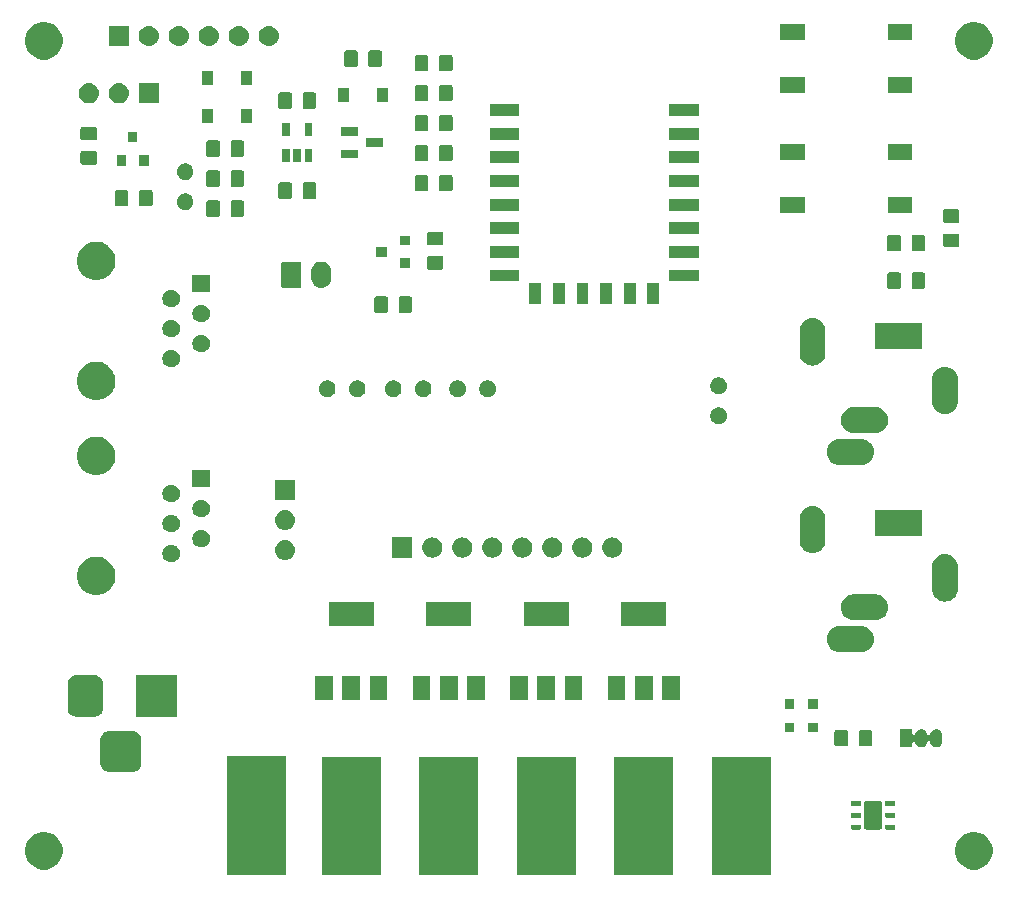
<source format=gbr>
G04 #@! TF.GenerationSoftware,KiCad,Pcbnew,5.0.2-1.fc29*
G04 #@! TF.CreationDate,2019-01-19T16:06:19+01:00*
G04 #@! TF.ProjectId,esp8266,65737038-3236-4362-9e6b-696361645f70,rev?*
G04 #@! TF.SameCoordinates,Original*
G04 #@! TF.FileFunction,Soldermask,Top*
G04 #@! TF.FilePolarity,Negative*
%FSLAX46Y46*%
G04 Gerber Fmt 4.6, Leading zero omitted, Abs format (unit mm)*
G04 Created by KiCad (PCBNEW 5.0.2-1.fc29) date Sat 19 Jan 2019 04:06:19 PM CET*
%MOMM*%
%LPD*%
G01*
G04 APERTURE LIST*
%ADD10C,0.100000*%
G04 APERTURE END LIST*
D10*
G36*
X142730000Y-135885000D02*
X137730000Y-135885000D01*
X137730000Y-125885000D01*
X142730000Y-125885000D01*
X142730000Y-135885000D01*
X142730000Y-135885000D01*
G37*
G36*
X134475000Y-135885000D02*
X129475000Y-135885000D01*
X129475000Y-125885000D01*
X134475000Y-125885000D01*
X134475000Y-135885000D01*
X134475000Y-135885000D01*
G37*
G36*
X109710000Y-135885000D02*
X104710000Y-135885000D01*
X104710000Y-125885000D01*
X109710000Y-125885000D01*
X109710000Y-135885000D01*
X109710000Y-135885000D01*
G37*
G36*
X117965000Y-135885000D02*
X112965000Y-135885000D01*
X112965000Y-125885000D01*
X117965000Y-125885000D01*
X117965000Y-135885000D01*
X117965000Y-135885000D01*
G37*
G36*
X126220000Y-135885000D02*
X121220000Y-135885000D01*
X121220000Y-125885000D01*
X126220000Y-125885000D01*
X126220000Y-135885000D01*
X126220000Y-135885000D01*
G37*
G36*
X101690001Y-135845001D02*
X96690001Y-135845001D01*
X96690001Y-125845001D01*
X101690001Y-125845001D01*
X101690001Y-135845001D01*
X101690001Y-135845001D01*
G37*
G36*
X81641703Y-132286486D02*
X81932883Y-132407097D01*
X82194944Y-132582201D01*
X82417799Y-132805056D01*
X82592903Y-133067117D01*
X82713514Y-133358297D01*
X82775000Y-133667412D01*
X82775000Y-133982588D01*
X82713514Y-134291703D01*
X82592903Y-134582883D01*
X82417799Y-134844944D01*
X82194944Y-135067799D01*
X81932883Y-135242903D01*
X81641703Y-135363514D01*
X81332588Y-135425000D01*
X81017412Y-135425000D01*
X80708297Y-135363514D01*
X80417117Y-135242903D01*
X80155056Y-135067799D01*
X79932201Y-134844944D01*
X79757097Y-134582883D01*
X79636486Y-134291703D01*
X79575000Y-133982588D01*
X79575000Y-133667412D01*
X79636486Y-133358297D01*
X79757097Y-133067117D01*
X79932201Y-132805056D01*
X80155056Y-132582201D01*
X80417117Y-132407097D01*
X80708297Y-132286486D01*
X81017412Y-132225000D01*
X81332588Y-132225000D01*
X81641703Y-132286486D01*
X81641703Y-132286486D01*
G37*
G36*
X160381703Y-132286486D02*
X160672883Y-132407097D01*
X160934944Y-132582201D01*
X161157799Y-132805056D01*
X161332903Y-133067117D01*
X161453514Y-133358297D01*
X161515000Y-133667412D01*
X161515000Y-133982588D01*
X161453514Y-134291703D01*
X161332903Y-134582883D01*
X161157799Y-134844944D01*
X160934944Y-135067799D01*
X160672883Y-135242903D01*
X160381703Y-135363514D01*
X160072588Y-135425000D01*
X159757412Y-135425000D01*
X159448297Y-135363514D01*
X159157117Y-135242903D01*
X158895056Y-135067799D01*
X158672201Y-134844944D01*
X158497097Y-134582883D01*
X158376486Y-134291703D01*
X158315000Y-133982588D01*
X158315000Y-133667412D01*
X158376486Y-133358297D01*
X158497097Y-133067117D01*
X158672201Y-132805056D01*
X158895056Y-132582201D01*
X159157117Y-132407097D01*
X159448297Y-132286486D01*
X159757412Y-132225000D01*
X160072588Y-132225000D01*
X160381703Y-132286486D01*
X160381703Y-132286486D01*
G37*
G36*
X153209695Y-131631313D02*
X153216620Y-131633414D01*
X153222997Y-131636822D01*
X153228589Y-131641411D01*
X153233178Y-131647003D01*
X153236586Y-131653380D01*
X153238687Y-131660305D01*
X153240000Y-131673638D01*
X153240000Y-131986362D01*
X153238687Y-131999695D01*
X153236586Y-132006620D01*
X153233178Y-132012997D01*
X153228589Y-132018589D01*
X153222997Y-132023178D01*
X153216620Y-132026586D01*
X153209695Y-132028687D01*
X153196362Y-132030000D01*
X152483638Y-132030000D01*
X152470305Y-132028687D01*
X152463380Y-132026586D01*
X152457003Y-132023178D01*
X152451411Y-132018589D01*
X152446822Y-132012997D01*
X152443414Y-132006620D01*
X152441313Y-131999695D01*
X152440000Y-131986362D01*
X152440000Y-131673638D01*
X152441313Y-131660305D01*
X152443414Y-131653380D01*
X152446822Y-131647003D01*
X152451411Y-131641411D01*
X152457003Y-131636822D01*
X152463380Y-131633414D01*
X152470305Y-131631313D01*
X152483638Y-131630000D01*
X153196362Y-131630000D01*
X153209695Y-131631313D01*
X153209695Y-131631313D01*
G37*
G36*
X150309695Y-131631313D02*
X150316620Y-131633414D01*
X150322997Y-131636822D01*
X150328589Y-131641411D01*
X150333178Y-131647003D01*
X150336586Y-131653380D01*
X150338687Y-131660305D01*
X150340000Y-131673638D01*
X150340000Y-131986362D01*
X150338687Y-131999695D01*
X150336586Y-132006620D01*
X150333178Y-132012997D01*
X150328589Y-132018589D01*
X150322997Y-132023178D01*
X150316620Y-132026586D01*
X150309695Y-132028687D01*
X150296362Y-132030000D01*
X149583638Y-132030000D01*
X149570305Y-132028687D01*
X149563380Y-132026586D01*
X149557003Y-132023178D01*
X149551411Y-132018589D01*
X149546822Y-132012997D01*
X149543414Y-132006620D01*
X149541313Y-131999695D01*
X149540000Y-131986362D01*
X149540000Y-131673638D01*
X149541313Y-131660305D01*
X149543414Y-131653380D01*
X149546822Y-131647003D01*
X149551411Y-131641411D01*
X149557003Y-131636822D01*
X149563380Y-131633414D01*
X149570305Y-131631313D01*
X149583638Y-131630000D01*
X150296362Y-131630000D01*
X150309695Y-131631313D01*
X150309695Y-131631313D01*
G37*
G36*
X152005731Y-129633795D02*
X152036882Y-129643245D01*
X152065590Y-129658589D01*
X152090757Y-129679243D01*
X152111411Y-129704410D01*
X152126755Y-129733118D01*
X152136205Y-129764269D01*
X152140000Y-129802807D01*
X152140000Y-131857193D01*
X152136205Y-131895731D01*
X152126755Y-131926882D01*
X152111411Y-131955590D01*
X152090757Y-131980757D01*
X152065590Y-132001411D01*
X152036882Y-132016755D01*
X152005731Y-132026205D01*
X151967193Y-132030000D01*
X150812807Y-132030000D01*
X150774269Y-132026205D01*
X150743118Y-132016755D01*
X150714410Y-132001411D01*
X150689243Y-131980757D01*
X150668589Y-131955590D01*
X150653245Y-131926882D01*
X150643795Y-131895731D01*
X150640000Y-131857193D01*
X150640000Y-129802807D01*
X150643795Y-129764269D01*
X150653245Y-129733118D01*
X150668589Y-129704410D01*
X150689243Y-129679243D01*
X150714410Y-129658589D01*
X150743118Y-129643245D01*
X150774269Y-129633795D01*
X150812807Y-129630000D01*
X151967193Y-129630000D01*
X152005731Y-129633795D01*
X152005731Y-129633795D01*
G37*
G36*
X153209695Y-130631313D02*
X153216620Y-130633414D01*
X153222997Y-130636822D01*
X153228589Y-130641411D01*
X153233178Y-130647003D01*
X153236586Y-130653380D01*
X153238687Y-130660305D01*
X153240000Y-130673638D01*
X153240000Y-130986362D01*
X153238687Y-130999695D01*
X153236586Y-131006620D01*
X153233178Y-131012997D01*
X153228589Y-131018589D01*
X153222997Y-131023178D01*
X153216620Y-131026586D01*
X153209695Y-131028687D01*
X153196362Y-131030000D01*
X152483638Y-131030000D01*
X152470305Y-131028687D01*
X152463380Y-131026586D01*
X152457003Y-131023178D01*
X152451411Y-131018589D01*
X152446822Y-131012997D01*
X152443414Y-131006620D01*
X152441313Y-130999695D01*
X152440000Y-130986362D01*
X152440000Y-130673638D01*
X152441313Y-130660305D01*
X152443414Y-130653380D01*
X152446822Y-130647003D01*
X152451411Y-130641411D01*
X152457003Y-130636822D01*
X152463380Y-130633414D01*
X152470305Y-130631313D01*
X152483638Y-130630000D01*
X153196362Y-130630000D01*
X153209695Y-130631313D01*
X153209695Y-130631313D01*
G37*
G36*
X150309695Y-130631313D02*
X150316620Y-130633414D01*
X150322997Y-130636822D01*
X150328589Y-130641411D01*
X150333178Y-130647003D01*
X150336586Y-130653380D01*
X150338687Y-130660305D01*
X150340000Y-130673638D01*
X150340000Y-130986362D01*
X150338687Y-130999695D01*
X150336586Y-131006620D01*
X150333178Y-131012997D01*
X150328589Y-131018589D01*
X150322997Y-131023178D01*
X150316620Y-131026586D01*
X150309695Y-131028687D01*
X150296362Y-131030000D01*
X149583638Y-131030000D01*
X149570305Y-131028687D01*
X149563380Y-131026586D01*
X149557003Y-131023178D01*
X149551411Y-131018589D01*
X149546822Y-131012997D01*
X149543414Y-131006620D01*
X149541313Y-130999695D01*
X149540000Y-130986362D01*
X149540000Y-130673638D01*
X149541313Y-130660305D01*
X149543414Y-130653380D01*
X149546822Y-130647003D01*
X149551411Y-130641411D01*
X149557003Y-130636822D01*
X149563380Y-130633414D01*
X149570305Y-130631313D01*
X149583638Y-130630000D01*
X150296362Y-130630000D01*
X150309695Y-130631313D01*
X150309695Y-130631313D01*
G37*
G36*
X153209695Y-129631313D02*
X153216620Y-129633414D01*
X153222997Y-129636822D01*
X153228589Y-129641411D01*
X153233178Y-129647003D01*
X153236586Y-129653380D01*
X153238687Y-129660305D01*
X153240000Y-129673638D01*
X153240000Y-129986362D01*
X153238687Y-129999695D01*
X153236586Y-130006620D01*
X153233178Y-130012997D01*
X153228589Y-130018589D01*
X153222997Y-130023178D01*
X153216620Y-130026586D01*
X153209695Y-130028687D01*
X153196362Y-130030000D01*
X152483638Y-130030000D01*
X152470305Y-130028687D01*
X152463380Y-130026586D01*
X152457003Y-130023178D01*
X152451411Y-130018589D01*
X152446822Y-130012997D01*
X152443414Y-130006620D01*
X152441313Y-129999695D01*
X152440000Y-129986362D01*
X152440000Y-129673638D01*
X152441313Y-129660305D01*
X152443414Y-129653380D01*
X152446822Y-129647003D01*
X152451411Y-129641411D01*
X152457003Y-129636822D01*
X152463380Y-129633414D01*
X152470305Y-129631313D01*
X152483638Y-129630000D01*
X153196362Y-129630000D01*
X153209695Y-129631313D01*
X153209695Y-129631313D01*
G37*
G36*
X150309695Y-129631313D02*
X150316620Y-129633414D01*
X150322997Y-129636822D01*
X150328589Y-129641411D01*
X150333178Y-129647003D01*
X150336586Y-129653380D01*
X150338687Y-129660305D01*
X150340000Y-129673638D01*
X150340000Y-129986362D01*
X150338687Y-129999695D01*
X150336586Y-130006620D01*
X150333178Y-130012997D01*
X150328589Y-130018589D01*
X150322997Y-130023178D01*
X150316620Y-130026586D01*
X150309695Y-130028687D01*
X150296362Y-130030000D01*
X149583638Y-130030000D01*
X149570305Y-130028687D01*
X149563380Y-130026586D01*
X149557003Y-130023178D01*
X149551411Y-130018589D01*
X149546822Y-130012997D01*
X149543414Y-130006620D01*
X149541313Y-129999695D01*
X149540000Y-129986362D01*
X149540000Y-129673638D01*
X149541313Y-129660305D01*
X149543414Y-129653380D01*
X149546822Y-129647003D01*
X149551411Y-129641411D01*
X149557003Y-129636822D01*
X149563380Y-129633414D01*
X149570305Y-129631313D01*
X149583638Y-129630000D01*
X150296362Y-129630000D01*
X150309695Y-129631313D01*
X150309695Y-129631313D01*
G37*
G36*
X88795891Y-123691205D02*
X88948200Y-123737407D01*
X89088567Y-123812435D01*
X89211597Y-123913403D01*
X89312565Y-124036433D01*
X89387593Y-124176800D01*
X89433795Y-124329109D01*
X89450000Y-124493640D01*
X89450000Y-126356360D01*
X89433795Y-126520891D01*
X89387593Y-126673200D01*
X89312565Y-126813567D01*
X89211597Y-126936597D01*
X89088567Y-127037565D01*
X88948200Y-127112593D01*
X88795891Y-127158795D01*
X88631360Y-127175000D01*
X86768640Y-127175000D01*
X86604109Y-127158795D01*
X86451800Y-127112593D01*
X86311433Y-127037565D01*
X86188403Y-126936597D01*
X86087435Y-126813567D01*
X86012407Y-126673200D01*
X85966205Y-126520891D01*
X85950000Y-126356360D01*
X85950000Y-124493640D01*
X85966205Y-124329109D01*
X86012407Y-124176800D01*
X86087435Y-124036433D01*
X86188403Y-123913403D01*
X86311433Y-123812435D01*
X86451800Y-123737407D01*
X86604109Y-123691205D01*
X86768640Y-123675000D01*
X88631360Y-123675000D01*
X88795891Y-123691205D01*
X88795891Y-123691205D01*
G37*
G36*
X156842913Y-123557596D02*
X156842916Y-123557597D01*
X156842917Y-123557597D01*
X156941880Y-123587617D01*
X157033086Y-123636367D01*
X157113027Y-123701973D01*
X157113028Y-123701975D01*
X157113030Y-123701976D01*
X157142107Y-123737407D01*
X157178633Y-123781914D01*
X157227383Y-123873119D01*
X157255382Y-123965420D01*
X157257404Y-123972086D01*
X157265000Y-124049208D01*
X157265000Y-124550791D01*
X157257404Y-124627914D01*
X157257403Y-124627917D01*
X157257403Y-124627918D01*
X157227383Y-124726881D01*
X157178633Y-124818086D01*
X157113027Y-124898027D01*
X157033086Y-124963633D01*
X156941881Y-125012383D01*
X156842918Y-125042403D01*
X156842917Y-125042403D01*
X156842914Y-125042404D01*
X156740000Y-125052540D01*
X156637087Y-125042404D01*
X156637084Y-125042403D01*
X156637083Y-125042403D01*
X156538120Y-125012383D01*
X156446915Y-124963633D01*
X156366974Y-124898027D01*
X156324006Y-124845671D01*
X156301366Y-124818084D01*
X156252618Y-124726883D01*
X156224618Y-124634580D01*
X156215240Y-124611941D01*
X156201626Y-124591567D01*
X156184299Y-124574240D01*
X156163925Y-124560626D01*
X156141286Y-124551248D01*
X156117252Y-124546468D01*
X156092748Y-124546468D01*
X156068714Y-124551248D01*
X156046075Y-124560626D01*
X156025701Y-124574240D01*
X156008374Y-124591567D01*
X155994760Y-124611941D01*
X155985382Y-124634579D01*
X155957383Y-124726881D01*
X155908633Y-124818086D01*
X155843027Y-124898027D01*
X155763086Y-124963633D01*
X155671881Y-125012383D01*
X155572918Y-125042403D01*
X155572917Y-125042403D01*
X155572914Y-125042404D01*
X155470000Y-125052540D01*
X155367087Y-125042404D01*
X155367084Y-125042403D01*
X155367083Y-125042403D01*
X155268120Y-125012383D01*
X155176915Y-124963633D01*
X155096974Y-124898027D01*
X155054006Y-124845671D01*
X155031366Y-124818084D01*
X154982617Y-124726882D01*
X154969618Y-124684029D01*
X154960240Y-124661389D01*
X154946626Y-124641015D01*
X154929299Y-124623688D01*
X154908925Y-124610074D01*
X154886286Y-124600696D01*
X154862252Y-124595916D01*
X154837748Y-124595916D01*
X154813715Y-124600696D01*
X154791075Y-124610074D01*
X154770701Y-124623688D01*
X154753374Y-124641015D01*
X154739760Y-124661389D01*
X154730382Y-124684028D01*
X154725602Y-124708062D01*
X154725000Y-124720314D01*
X154725000Y-125050000D01*
X153675000Y-125050000D01*
X153675000Y-123550000D01*
X154725000Y-123550000D01*
X154725000Y-123879687D01*
X154727402Y-123904073D01*
X154734515Y-123927522D01*
X154746066Y-123949133D01*
X154761612Y-123968075D01*
X154780554Y-123983621D01*
X154802165Y-123995172D01*
X154825614Y-124002285D01*
X154850000Y-124004687D01*
X154874386Y-124002285D01*
X154897835Y-123995172D01*
X154919446Y-123983621D01*
X154938388Y-123968075D01*
X154953934Y-123949133D01*
X154965485Y-123927522D01*
X154969618Y-123915972D01*
X154982617Y-123873119D01*
X155009693Y-123822464D01*
X155031367Y-123781914D01*
X155096973Y-123701973D01*
X155096975Y-123701972D01*
X155096976Y-123701970D01*
X155176913Y-123636368D01*
X155176912Y-123636368D01*
X155176914Y-123636367D01*
X155268119Y-123587617D01*
X155367082Y-123557597D01*
X155367083Y-123557597D01*
X155367086Y-123557596D01*
X155470000Y-123547460D01*
X155572913Y-123557596D01*
X155572916Y-123557597D01*
X155572917Y-123557597D01*
X155671880Y-123587617D01*
X155763086Y-123636367D01*
X155843027Y-123701973D01*
X155843028Y-123701975D01*
X155843030Y-123701976D01*
X155872107Y-123737407D01*
X155908633Y-123781914D01*
X155957383Y-123873119D01*
X155985382Y-123965420D01*
X155994760Y-123988059D01*
X156008374Y-124008433D01*
X156025701Y-124025760D01*
X156046075Y-124039374D01*
X156068714Y-124048752D01*
X156092748Y-124053532D01*
X156117252Y-124053532D01*
X156141286Y-124048752D01*
X156163925Y-124039374D01*
X156184299Y-124025760D01*
X156201626Y-124008433D01*
X156215240Y-123988059D01*
X156224617Y-123965420D01*
X156252616Y-123873122D01*
X156279693Y-123822464D01*
X156301367Y-123781914D01*
X156366973Y-123701973D01*
X156366975Y-123701972D01*
X156366976Y-123701970D01*
X156446913Y-123636368D01*
X156446912Y-123636368D01*
X156446914Y-123636367D01*
X156538119Y-123587617D01*
X156637082Y-123557597D01*
X156637083Y-123557597D01*
X156637086Y-123557596D01*
X156740000Y-123547460D01*
X156842913Y-123557596D01*
X156842913Y-123557596D01*
G37*
G36*
X151180523Y-123604039D02*
X151214054Y-123614211D01*
X151244961Y-123630731D01*
X151272044Y-123652957D01*
X151294270Y-123680040D01*
X151310790Y-123710947D01*
X151320962Y-123744478D01*
X151325001Y-123785487D01*
X151325001Y-124814513D01*
X151320962Y-124855522D01*
X151310790Y-124889053D01*
X151294270Y-124919960D01*
X151272044Y-124947043D01*
X151244961Y-124969269D01*
X151214054Y-124985789D01*
X151180523Y-124995961D01*
X151139514Y-125000000D01*
X150360488Y-125000000D01*
X150319479Y-124995961D01*
X150285948Y-124985789D01*
X150255041Y-124969269D01*
X150227958Y-124947043D01*
X150205732Y-124919960D01*
X150189212Y-124889053D01*
X150179040Y-124855522D01*
X150175001Y-124814513D01*
X150175001Y-123785487D01*
X150179040Y-123744478D01*
X150189212Y-123710947D01*
X150205732Y-123680040D01*
X150227958Y-123652957D01*
X150255041Y-123630731D01*
X150285948Y-123614211D01*
X150319479Y-123604039D01*
X150360488Y-123600000D01*
X151139514Y-123600000D01*
X151180523Y-123604039D01*
X151180523Y-123604039D01*
G37*
G36*
X149130523Y-123604039D02*
X149164054Y-123614211D01*
X149194961Y-123630731D01*
X149222044Y-123652957D01*
X149244270Y-123680040D01*
X149260790Y-123710947D01*
X149270962Y-123744478D01*
X149275001Y-123785487D01*
X149275001Y-124814513D01*
X149270962Y-124855522D01*
X149260790Y-124889053D01*
X149244270Y-124919960D01*
X149222044Y-124947043D01*
X149194961Y-124969269D01*
X149164054Y-124985789D01*
X149130523Y-124995961D01*
X149089514Y-125000000D01*
X148310488Y-125000000D01*
X148269479Y-124995961D01*
X148235948Y-124985789D01*
X148205041Y-124969269D01*
X148177958Y-124947043D01*
X148155732Y-124919960D01*
X148139212Y-124889053D01*
X148129040Y-124855522D01*
X148125001Y-124814513D01*
X148125001Y-123785487D01*
X148129040Y-123744478D01*
X148139212Y-123710947D01*
X148155732Y-123680040D01*
X148177958Y-123652957D01*
X148205041Y-123630731D01*
X148235948Y-123614211D01*
X148269479Y-123604039D01*
X148310488Y-123600000D01*
X149089514Y-123600000D01*
X149130523Y-123604039D01*
X149130523Y-123604039D01*
G37*
G36*
X144710000Y-123795000D02*
X143910000Y-123795000D01*
X143910000Y-122995000D01*
X144710000Y-122995000D01*
X144710000Y-123795000D01*
X144710000Y-123795000D01*
G37*
G36*
X146710000Y-123795000D02*
X145910000Y-123795000D01*
X145910000Y-122995000D01*
X146710000Y-122995000D01*
X146710000Y-123795000D01*
X146710000Y-123795000D01*
G37*
G36*
X85646508Y-118988803D02*
X85775363Y-119027891D01*
X85894119Y-119091367D01*
X85998208Y-119176792D01*
X86083633Y-119280881D01*
X86147109Y-119399637D01*
X86186197Y-119528492D01*
X86200000Y-119668640D01*
X86200000Y-121781360D01*
X86186197Y-121921508D01*
X86147109Y-122050363D01*
X86083633Y-122169119D01*
X85998208Y-122273208D01*
X85894119Y-122358633D01*
X85775363Y-122422109D01*
X85646508Y-122461197D01*
X85506360Y-122475000D01*
X83893640Y-122475000D01*
X83753492Y-122461197D01*
X83624637Y-122422109D01*
X83505881Y-122358633D01*
X83401792Y-122273208D01*
X83316367Y-122169119D01*
X83252891Y-122050363D01*
X83213803Y-121921508D01*
X83200000Y-121781360D01*
X83200000Y-119668640D01*
X83213803Y-119528492D01*
X83252891Y-119399637D01*
X83316367Y-119280881D01*
X83401792Y-119176792D01*
X83505881Y-119091367D01*
X83624637Y-119027891D01*
X83753492Y-118988803D01*
X83893640Y-118975000D01*
X85506360Y-118975000D01*
X85646508Y-118988803D01*
X85646508Y-118988803D01*
G37*
G36*
X92450000Y-122475000D02*
X88950000Y-122475000D01*
X88950000Y-118975000D01*
X92450000Y-118975000D01*
X92450000Y-122475000D01*
X92450000Y-122475000D01*
G37*
G36*
X144710000Y-121795000D02*
X143910000Y-121795000D01*
X143910000Y-120995000D01*
X144710000Y-120995000D01*
X144710000Y-121795000D01*
X144710000Y-121795000D01*
G37*
G36*
X146710000Y-121795000D02*
X145910000Y-121795000D01*
X145910000Y-120995000D01*
X146710000Y-120995000D01*
X146710000Y-121795000D01*
X146710000Y-121795000D01*
G37*
G36*
X126770000Y-121065000D02*
X125270000Y-121065000D01*
X125270000Y-119065000D01*
X126770000Y-119065000D01*
X126770000Y-121065000D01*
X126770000Y-121065000D01*
G37*
G36*
X113915000Y-121065000D02*
X112415000Y-121065000D01*
X112415000Y-119065000D01*
X113915000Y-119065000D01*
X113915000Y-121065000D01*
X113915000Y-121065000D01*
G37*
G36*
X118515000Y-121065000D02*
X117015000Y-121065000D01*
X117015000Y-119065000D01*
X118515000Y-119065000D01*
X118515000Y-121065000D01*
X118515000Y-121065000D01*
G37*
G36*
X116215000Y-121065000D02*
X114715000Y-121065000D01*
X114715000Y-119065000D01*
X116215000Y-119065000D01*
X116215000Y-121065000D01*
X116215000Y-121065000D01*
G37*
G36*
X122170000Y-121065000D02*
X120670000Y-121065000D01*
X120670000Y-119065000D01*
X122170000Y-119065000D01*
X122170000Y-121065000D01*
X122170000Y-121065000D01*
G37*
G36*
X124470000Y-121065000D02*
X122970000Y-121065000D01*
X122970000Y-119065000D01*
X124470000Y-119065000D01*
X124470000Y-121065000D01*
X124470000Y-121065000D01*
G37*
G36*
X130425000Y-121065000D02*
X128925000Y-121065000D01*
X128925000Y-119065000D01*
X130425000Y-119065000D01*
X130425000Y-121065000D01*
X130425000Y-121065000D01*
G37*
G36*
X132725000Y-121065000D02*
X131225000Y-121065000D01*
X131225000Y-119065000D01*
X132725000Y-119065000D01*
X132725000Y-121065000D01*
X132725000Y-121065000D01*
G37*
G36*
X105660000Y-121065000D02*
X104160000Y-121065000D01*
X104160000Y-119065000D01*
X105660000Y-119065000D01*
X105660000Y-121065000D01*
X105660000Y-121065000D01*
G37*
G36*
X107960000Y-121065000D02*
X106460000Y-121065000D01*
X106460000Y-119065000D01*
X107960000Y-119065000D01*
X107960000Y-121065000D01*
X107960000Y-121065000D01*
G37*
G36*
X135025000Y-121065000D02*
X133525000Y-121065000D01*
X133525000Y-119065000D01*
X135025000Y-119065000D01*
X135025000Y-121065000D01*
X135025000Y-121065000D01*
G37*
G36*
X110260000Y-121065000D02*
X108760000Y-121065000D01*
X108760000Y-119065000D01*
X110260000Y-119065000D01*
X110260000Y-121065000D01*
X110260000Y-121065000D01*
G37*
G36*
X150580639Y-114835916D02*
X150787986Y-114898815D01*
X150787988Y-114898816D01*
X150979084Y-115000958D01*
X151146581Y-115138419D01*
X151284042Y-115305916D01*
X151386184Y-115497012D01*
X151449084Y-115704362D01*
X151470322Y-115920000D01*
X151449084Y-116135638D01*
X151386184Y-116342988D01*
X151284042Y-116534084D01*
X151146581Y-116701581D01*
X150979084Y-116839042D01*
X150787988Y-116941184D01*
X150787986Y-116941185D01*
X150580639Y-117004084D01*
X150419038Y-117020000D01*
X148510962Y-117020000D01*
X148349361Y-117004084D01*
X148142014Y-116941185D01*
X148142012Y-116941184D01*
X147950916Y-116839042D01*
X147783419Y-116701581D01*
X147645958Y-116534084D01*
X147543816Y-116342988D01*
X147480916Y-116135638D01*
X147459678Y-115920000D01*
X147480916Y-115704362D01*
X147543816Y-115497012D01*
X147645958Y-115305916D01*
X147783419Y-115138419D01*
X147950916Y-115000958D01*
X148142012Y-114898816D01*
X148142014Y-114898815D01*
X148349361Y-114835916D01*
X148510962Y-114820000D01*
X150419038Y-114820000D01*
X150580639Y-114835916D01*
X150580639Y-114835916D01*
G37*
G36*
X125620000Y-114765000D02*
X121820000Y-114765000D01*
X121820000Y-112765000D01*
X125620000Y-112765000D01*
X125620000Y-114765000D01*
X125620000Y-114765000D01*
G37*
G36*
X133875000Y-114765000D02*
X130075000Y-114765000D01*
X130075000Y-112765000D01*
X133875000Y-112765000D01*
X133875000Y-114765000D01*
X133875000Y-114765000D01*
G37*
G36*
X109110000Y-114765000D02*
X105310000Y-114765000D01*
X105310000Y-112765000D01*
X109110000Y-112765000D01*
X109110000Y-114765000D01*
X109110000Y-114765000D01*
G37*
G36*
X117365000Y-114765000D02*
X113565000Y-114765000D01*
X113565000Y-112765000D01*
X117365000Y-112765000D01*
X117365000Y-114765000D01*
X117365000Y-114765000D01*
G37*
G36*
X151780639Y-112135916D02*
X151987986Y-112198815D01*
X151987988Y-112198816D01*
X152179084Y-112300958D01*
X152346581Y-112438419D01*
X152484042Y-112605916D01*
X152586184Y-112797012D01*
X152649084Y-113004362D01*
X152670322Y-113220000D01*
X152649084Y-113435638D01*
X152586184Y-113642988D01*
X152484042Y-113834084D01*
X152346581Y-114001581D01*
X152179084Y-114139042D01*
X151987988Y-114241184D01*
X151987986Y-114241185D01*
X151780639Y-114304084D01*
X151619038Y-114320000D01*
X149710962Y-114320000D01*
X149549361Y-114304084D01*
X149342014Y-114241185D01*
X149342012Y-114241184D01*
X149150916Y-114139042D01*
X148983419Y-114001581D01*
X148845958Y-113834084D01*
X148743816Y-113642988D01*
X148680916Y-113435638D01*
X148659678Y-113220000D01*
X148680916Y-113004362D01*
X148743816Y-112797012D01*
X148845958Y-112605916D01*
X148983419Y-112438419D01*
X149150916Y-112300958D01*
X149342012Y-112198816D01*
X149342014Y-112198815D01*
X149549361Y-112135916D01*
X149710962Y-112120000D01*
X151619038Y-112120000D01*
X151780639Y-112135916D01*
X151780639Y-112135916D01*
G37*
G36*
X157680639Y-108735916D02*
X157887986Y-108798815D01*
X157887988Y-108798816D01*
X158079084Y-108900958D01*
X158246581Y-109038419D01*
X158384042Y-109205916D01*
X158452238Y-109333503D01*
X158486185Y-109397014D01*
X158549084Y-109604361D01*
X158565000Y-109765962D01*
X158565000Y-111674038D01*
X158549084Y-111835639D01*
X158499208Y-112000057D01*
X158486184Y-112042988D01*
X158384042Y-112234084D01*
X158246581Y-112401581D01*
X158079084Y-112539042D01*
X157887987Y-112641184D01*
X157887985Y-112641185D01*
X157680638Y-112704084D01*
X157465000Y-112725322D01*
X157249361Y-112704084D01*
X157042014Y-112641185D01*
X157042012Y-112641184D01*
X156850916Y-112539042D01*
X156683419Y-112401581D01*
X156545958Y-112234084D01*
X156443816Y-112042987D01*
X156430793Y-112000056D01*
X156380916Y-111835638D01*
X156365000Y-111674037D01*
X156365000Y-109765963D01*
X156380917Y-109604361D01*
X156443816Y-109397014D01*
X156477763Y-109333503D01*
X156545959Y-109205916D01*
X156683420Y-109038419D01*
X156850917Y-108900958D01*
X157042013Y-108798816D01*
X157042015Y-108798815D01*
X157249362Y-108735916D01*
X157465000Y-108714678D01*
X157680639Y-108735916D01*
X157680639Y-108735916D01*
G37*
G36*
X86093992Y-108997447D02*
X86093994Y-108997448D01*
X86093995Y-108997448D01*
X86389726Y-109119943D01*
X86554437Y-109230000D01*
X86655880Y-109297782D01*
X86882218Y-109524120D01*
X86882220Y-109524123D01*
X87060057Y-109790274D01*
X87182552Y-110086005D01*
X87245000Y-110399951D01*
X87245000Y-110720049D01*
X87182552Y-111033995D01*
X87060057Y-111329726D01*
X87060056Y-111329727D01*
X86882218Y-111595880D01*
X86655880Y-111822218D01*
X86655877Y-111822220D01*
X86389726Y-112000057D01*
X86093995Y-112122552D01*
X86093994Y-112122552D01*
X86093992Y-112122553D01*
X85780050Y-112185000D01*
X85459950Y-112185000D01*
X85146008Y-112122553D01*
X85146006Y-112122552D01*
X85146005Y-112122552D01*
X84850274Y-112000057D01*
X84584123Y-111822220D01*
X84584120Y-111822218D01*
X84357782Y-111595880D01*
X84179944Y-111329727D01*
X84179943Y-111329726D01*
X84057448Y-111033995D01*
X83995000Y-110720049D01*
X83995000Y-110399951D01*
X84057448Y-110086005D01*
X84179943Y-109790274D01*
X84357780Y-109524123D01*
X84357782Y-109524120D01*
X84584120Y-109297782D01*
X84685563Y-109230000D01*
X84850274Y-109119943D01*
X85146005Y-108997448D01*
X85146006Y-108997448D01*
X85146008Y-108997447D01*
X85459950Y-108935000D01*
X85780050Y-108935000D01*
X86093992Y-108997447D01*
X86093992Y-108997447D01*
G37*
G36*
X92191683Y-107929206D02*
X92329992Y-107986495D01*
X92329995Y-107986497D01*
X92429741Y-108053145D01*
X92454476Y-108069673D01*
X92560327Y-108175524D01*
X92643505Y-108300008D01*
X92700794Y-108438317D01*
X92730000Y-108585145D01*
X92730000Y-108734855D01*
X92700794Y-108881683D01*
X92643505Y-109019992D01*
X92560327Y-109144476D01*
X92454476Y-109250327D01*
X92329992Y-109333505D01*
X92191683Y-109390794D01*
X92044855Y-109420000D01*
X91895145Y-109420000D01*
X91748317Y-109390794D01*
X91610008Y-109333505D01*
X91485524Y-109250327D01*
X91379673Y-109144476D01*
X91296495Y-109019992D01*
X91239206Y-108881683D01*
X91210000Y-108734855D01*
X91210000Y-108585145D01*
X91239206Y-108438317D01*
X91296495Y-108300008D01*
X91379673Y-108175524D01*
X91485524Y-108069673D01*
X91510260Y-108053145D01*
X91610005Y-107986497D01*
X91610008Y-107986495D01*
X91748317Y-107929206D01*
X91895145Y-107900000D01*
X92044855Y-107900000D01*
X92191683Y-107929206D01*
X92191683Y-107929206D01*
G37*
G36*
X101766630Y-107542299D02*
X101926855Y-107590903D01*
X102074520Y-107669831D01*
X102203949Y-107776051D01*
X102310169Y-107905480D01*
X102389097Y-108053145D01*
X102437701Y-108213370D01*
X102454112Y-108380000D01*
X102437701Y-108546630D01*
X102389097Y-108706855D01*
X102310169Y-108854520D01*
X102203949Y-108983949D01*
X102074520Y-109090169D01*
X101926855Y-109169097D01*
X101766630Y-109217701D01*
X101641752Y-109230000D01*
X101558248Y-109230000D01*
X101433370Y-109217701D01*
X101273145Y-109169097D01*
X101125480Y-109090169D01*
X100996051Y-108983949D01*
X100889831Y-108854520D01*
X100810903Y-108706855D01*
X100762299Y-108546630D01*
X100745888Y-108380000D01*
X100762299Y-108213370D01*
X100810903Y-108053145D01*
X100889831Y-107905480D01*
X100996051Y-107776051D01*
X101125480Y-107669831D01*
X101273145Y-107590903D01*
X101433370Y-107542299D01*
X101558248Y-107530000D01*
X101641752Y-107530000D01*
X101766630Y-107542299D01*
X101766630Y-107542299D01*
G37*
G36*
X124394630Y-107314299D02*
X124554855Y-107362903D01*
X124702520Y-107441831D01*
X124831949Y-107548051D01*
X124938169Y-107677480D01*
X125017097Y-107825145D01*
X125065701Y-107985370D01*
X125082112Y-108152000D01*
X125065701Y-108318630D01*
X125017097Y-108478855D01*
X124938169Y-108626520D01*
X124831949Y-108755949D01*
X124702520Y-108862169D01*
X124554855Y-108941097D01*
X124394630Y-108989701D01*
X124269752Y-109002000D01*
X124186248Y-109002000D01*
X124061370Y-108989701D01*
X123901145Y-108941097D01*
X123753480Y-108862169D01*
X123624051Y-108755949D01*
X123517831Y-108626520D01*
X123438903Y-108478855D01*
X123390299Y-108318630D01*
X123373888Y-108152000D01*
X123390299Y-107985370D01*
X123438903Y-107825145D01*
X123517831Y-107677480D01*
X123624051Y-107548051D01*
X123753480Y-107441831D01*
X123901145Y-107362903D01*
X124061370Y-107314299D01*
X124186248Y-107302000D01*
X124269752Y-107302000D01*
X124394630Y-107314299D01*
X124394630Y-107314299D01*
G37*
G36*
X126934630Y-107314299D02*
X127094855Y-107362903D01*
X127242520Y-107441831D01*
X127371949Y-107548051D01*
X127478169Y-107677480D01*
X127557097Y-107825145D01*
X127605701Y-107985370D01*
X127622112Y-108152000D01*
X127605701Y-108318630D01*
X127557097Y-108478855D01*
X127478169Y-108626520D01*
X127371949Y-108755949D01*
X127242520Y-108862169D01*
X127094855Y-108941097D01*
X126934630Y-108989701D01*
X126809752Y-109002000D01*
X126726248Y-109002000D01*
X126601370Y-108989701D01*
X126441145Y-108941097D01*
X126293480Y-108862169D01*
X126164051Y-108755949D01*
X126057831Y-108626520D01*
X125978903Y-108478855D01*
X125930299Y-108318630D01*
X125913888Y-108152000D01*
X125930299Y-107985370D01*
X125978903Y-107825145D01*
X126057831Y-107677480D01*
X126164051Y-107548051D01*
X126293480Y-107441831D01*
X126441145Y-107362903D01*
X126601370Y-107314299D01*
X126726248Y-107302000D01*
X126809752Y-107302000D01*
X126934630Y-107314299D01*
X126934630Y-107314299D01*
G37*
G36*
X129474630Y-107314299D02*
X129634855Y-107362903D01*
X129782520Y-107441831D01*
X129911949Y-107548051D01*
X130018169Y-107677480D01*
X130097097Y-107825145D01*
X130145701Y-107985370D01*
X130162112Y-108152000D01*
X130145701Y-108318630D01*
X130097097Y-108478855D01*
X130018169Y-108626520D01*
X129911949Y-108755949D01*
X129782520Y-108862169D01*
X129634855Y-108941097D01*
X129474630Y-108989701D01*
X129349752Y-109002000D01*
X129266248Y-109002000D01*
X129141370Y-108989701D01*
X128981145Y-108941097D01*
X128833480Y-108862169D01*
X128704051Y-108755949D01*
X128597831Y-108626520D01*
X128518903Y-108478855D01*
X128470299Y-108318630D01*
X128453888Y-108152000D01*
X128470299Y-107985370D01*
X128518903Y-107825145D01*
X128597831Y-107677480D01*
X128704051Y-107548051D01*
X128833480Y-107441831D01*
X128981145Y-107362903D01*
X129141370Y-107314299D01*
X129266248Y-107302000D01*
X129349752Y-107302000D01*
X129474630Y-107314299D01*
X129474630Y-107314299D01*
G37*
G36*
X121854630Y-107314299D02*
X122014855Y-107362903D01*
X122162520Y-107441831D01*
X122291949Y-107548051D01*
X122398169Y-107677480D01*
X122477097Y-107825145D01*
X122525701Y-107985370D01*
X122542112Y-108152000D01*
X122525701Y-108318630D01*
X122477097Y-108478855D01*
X122398169Y-108626520D01*
X122291949Y-108755949D01*
X122162520Y-108862169D01*
X122014855Y-108941097D01*
X121854630Y-108989701D01*
X121729752Y-109002000D01*
X121646248Y-109002000D01*
X121521370Y-108989701D01*
X121361145Y-108941097D01*
X121213480Y-108862169D01*
X121084051Y-108755949D01*
X120977831Y-108626520D01*
X120898903Y-108478855D01*
X120850299Y-108318630D01*
X120833888Y-108152000D01*
X120850299Y-107985370D01*
X120898903Y-107825145D01*
X120977831Y-107677480D01*
X121084051Y-107548051D01*
X121213480Y-107441831D01*
X121361145Y-107362903D01*
X121521370Y-107314299D01*
X121646248Y-107302000D01*
X121729752Y-107302000D01*
X121854630Y-107314299D01*
X121854630Y-107314299D01*
G37*
G36*
X119314630Y-107314299D02*
X119474855Y-107362903D01*
X119622520Y-107441831D01*
X119751949Y-107548051D01*
X119858169Y-107677480D01*
X119937097Y-107825145D01*
X119985701Y-107985370D01*
X120002112Y-108152000D01*
X119985701Y-108318630D01*
X119937097Y-108478855D01*
X119858169Y-108626520D01*
X119751949Y-108755949D01*
X119622520Y-108862169D01*
X119474855Y-108941097D01*
X119314630Y-108989701D01*
X119189752Y-109002000D01*
X119106248Y-109002000D01*
X118981370Y-108989701D01*
X118821145Y-108941097D01*
X118673480Y-108862169D01*
X118544051Y-108755949D01*
X118437831Y-108626520D01*
X118358903Y-108478855D01*
X118310299Y-108318630D01*
X118293888Y-108152000D01*
X118310299Y-107985370D01*
X118358903Y-107825145D01*
X118437831Y-107677480D01*
X118544051Y-107548051D01*
X118673480Y-107441831D01*
X118821145Y-107362903D01*
X118981370Y-107314299D01*
X119106248Y-107302000D01*
X119189752Y-107302000D01*
X119314630Y-107314299D01*
X119314630Y-107314299D01*
G37*
G36*
X116774630Y-107314299D02*
X116934855Y-107362903D01*
X117082520Y-107441831D01*
X117211949Y-107548051D01*
X117318169Y-107677480D01*
X117397097Y-107825145D01*
X117445701Y-107985370D01*
X117462112Y-108152000D01*
X117445701Y-108318630D01*
X117397097Y-108478855D01*
X117318169Y-108626520D01*
X117211949Y-108755949D01*
X117082520Y-108862169D01*
X116934855Y-108941097D01*
X116774630Y-108989701D01*
X116649752Y-109002000D01*
X116566248Y-109002000D01*
X116441370Y-108989701D01*
X116281145Y-108941097D01*
X116133480Y-108862169D01*
X116004051Y-108755949D01*
X115897831Y-108626520D01*
X115818903Y-108478855D01*
X115770299Y-108318630D01*
X115753888Y-108152000D01*
X115770299Y-107985370D01*
X115818903Y-107825145D01*
X115897831Y-107677480D01*
X116004051Y-107548051D01*
X116133480Y-107441831D01*
X116281145Y-107362903D01*
X116441370Y-107314299D01*
X116566248Y-107302000D01*
X116649752Y-107302000D01*
X116774630Y-107314299D01*
X116774630Y-107314299D01*
G37*
G36*
X114234630Y-107314299D02*
X114394855Y-107362903D01*
X114542520Y-107441831D01*
X114671949Y-107548051D01*
X114778169Y-107677480D01*
X114857097Y-107825145D01*
X114905701Y-107985370D01*
X114922112Y-108152000D01*
X114905701Y-108318630D01*
X114857097Y-108478855D01*
X114778169Y-108626520D01*
X114671949Y-108755949D01*
X114542520Y-108862169D01*
X114394855Y-108941097D01*
X114234630Y-108989701D01*
X114109752Y-109002000D01*
X114026248Y-109002000D01*
X113901370Y-108989701D01*
X113741145Y-108941097D01*
X113593480Y-108862169D01*
X113464051Y-108755949D01*
X113357831Y-108626520D01*
X113278903Y-108478855D01*
X113230299Y-108318630D01*
X113213888Y-108152000D01*
X113230299Y-107985370D01*
X113278903Y-107825145D01*
X113357831Y-107677480D01*
X113464051Y-107548051D01*
X113593480Y-107441831D01*
X113741145Y-107362903D01*
X113901370Y-107314299D01*
X114026248Y-107302000D01*
X114109752Y-107302000D01*
X114234630Y-107314299D01*
X114234630Y-107314299D01*
G37*
G36*
X112378000Y-109002000D02*
X110678000Y-109002000D01*
X110678000Y-107302000D01*
X112378000Y-107302000D01*
X112378000Y-109002000D01*
X112378000Y-109002000D01*
G37*
G36*
X146480639Y-104635916D02*
X146687986Y-104698815D01*
X146687988Y-104698816D01*
X146879084Y-104800958D01*
X147046581Y-104938419D01*
X147184042Y-105105916D01*
X147286184Y-105297012D01*
X147286185Y-105297014D01*
X147349084Y-105504361D01*
X147365000Y-105665962D01*
X147365000Y-107574038D01*
X147349084Y-107735639D01*
X147290365Y-107929207D01*
X147286184Y-107942988D01*
X147184042Y-108134084D01*
X147046581Y-108301581D01*
X146879084Y-108439042D01*
X146687987Y-108541184D01*
X146687985Y-108541185D01*
X146480638Y-108604084D01*
X146265000Y-108625322D01*
X146049361Y-108604084D01*
X145842014Y-108541185D01*
X145842012Y-108541184D01*
X145650916Y-108439042D01*
X145483419Y-108301581D01*
X145345958Y-108134084D01*
X145243816Y-107942987D01*
X145239636Y-107929207D01*
X145180916Y-107735638D01*
X145165000Y-107574037D01*
X145165000Y-105665963D01*
X145180917Y-105504361D01*
X145243816Y-105297014D01*
X145243817Y-105297012D01*
X145345959Y-105105916D01*
X145483420Y-104938419D01*
X145650917Y-104800958D01*
X145842013Y-104698816D01*
X145842015Y-104698815D01*
X146049362Y-104635916D01*
X146265000Y-104614678D01*
X146480639Y-104635916D01*
X146480639Y-104635916D01*
G37*
G36*
X94731683Y-106659206D02*
X94869992Y-106716495D01*
X94994476Y-106799673D01*
X95100327Y-106905524D01*
X95183505Y-107030008D01*
X95240794Y-107168317D01*
X95270000Y-107315145D01*
X95270000Y-107464855D01*
X95240794Y-107611683D01*
X95183505Y-107749992D01*
X95100327Y-107874476D01*
X94994476Y-107980327D01*
X94994473Y-107980329D01*
X94994472Y-107980330D01*
X94985245Y-107986495D01*
X94869992Y-108063505D01*
X94731683Y-108120794D01*
X94584855Y-108150000D01*
X94435145Y-108150000D01*
X94288317Y-108120794D01*
X94150008Y-108063505D01*
X94034755Y-107986495D01*
X94025528Y-107980330D01*
X94025527Y-107980329D01*
X94025524Y-107980327D01*
X93919673Y-107874476D01*
X93836495Y-107749992D01*
X93779206Y-107611683D01*
X93750000Y-107464855D01*
X93750000Y-107315145D01*
X93779206Y-107168317D01*
X93836495Y-107030008D01*
X93919673Y-106905524D01*
X94025524Y-106799673D01*
X94150008Y-106716495D01*
X94288317Y-106659206D01*
X94435145Y-106630000D01*
X94584855Y-106630000D01*
X94731683Y-106659206D01*
X94731683Y-106659206D01*
G37*
G36*
X155565000Y-107220000D02*
X151565000Y-107220000D01*
X151565000Y-105020000D01*
X155565000Y-105020000D01*
X155565000Y-107220000D01*
X155565000Y-107220000D01*
G37*
G36*
X92191683Y-105389206D02*
X92329992Y-105446495D01*
X92329995Y-105446497D01*
X92429741Y-105513145D01*
X92454476Y-105529673D01*
X92560327Y-105635524D01*
X92560329Y-105635527D01*
X92560330Y-105635528D01*
X92585615Y-105673370D01*
X92643505Y-105760008D01*
X92700794Y-105898317D01*
X92730000Y-106045145D01*
X92730000Y-106194855D01*
X92700794Y-106341683D01*
X92643505Y-106479992D01*
X92560327Y-106604476D01*
X92454476Y-106710327D01*
X92329992Y-106793505D01*
X92191683Y-106850794D01*
X92044855Y-106880000D01*
X91895145Y-106880000D01*
X91748317Y-106850794D01*
X91610008Y-106793505D01*
X91485524Y-106710327D01*
X91379673Y-106604476D01*
X91296495Y-106479992D01*
X91239206Y-106341683D01*
X91210000Y-106194855D01*
X91210000Y-106045145D01*
X91239206Y-105898317D01*
X91296495Y-105760008D01*
X91354385Y-105673370D01*
X91379670Y-105635528D01*
X91379671Y-105635527D01*
X91379673Y-105635524D01*
X91485524Y-105529673D01*
X91510260Y-105513145D01*
X91610005Y-105446497D01*
X91610008Y-105446495D01*
X91748317Y-105389206D01*
X91895145Y-105360000D01*
X92044855Y-105360000D01*
X92191683Y-105389206D01*
X92191683Y-105389206D01*
G37*
G36*
X101766630Y-105002299D02*
X101926855Y-105050903D01*
X102074520Y-105129831D01*
X102203949Y-105236051D01*
X102310169Y-105365480D01*
X102389097Y-105513145D01*
X102437701Y-105673370D01*
X102454112Y-105840000D01*
X102437701Y-106006630D01*
X102389097Y-106166855D01*
X102310169Y-106314520D01*
X102203949Y-106443949D01*
X102074520Y-106550169D01*
X101926855Y-106629097D01*
X101766630Y-106677701D01*
X101641752Y-106690000D01*
X101558248Y-106690000D01*
X101433370Y-106677701D01*
X101273145Y-106629097D01*
X101125480Y-106550169D01*
X100996051Y-106443949D01*
X100889831Y-106314520D01*
X100810903Y-106166855D01*
X100762299Y-106006630D01*
X100745888Y-105840000D01*
X100762299Y-105673370D01*
X100810903Y-105513145D01*
X100889831Y-105365480D01*
X100996051Y-105236051D01*
X101125480Y-105129831D01*
X101273145Y-105050903D01*
X101433370Y-105002299D01*
X101558248Y-104990000D01*
X101641752Y-104990000D01*
X101766630Y-105002299D01*
X101766630Y-105002299D01*
G37*
G36*
X94731683Y-104119206D02*
X94869992Y-104176495D01*
X94994476Y-104259673D01*
X95100327Y-104365524D01*
X95183505Y-104490008D01*
X95240794Y-104628317D01*
X95270000Y-104775145D01*
X95270000Y-104924855D01*
X95240794Y-105071683D01*
X95183505Y-105209992D01*
X95183503Y-105209995D01*
X95125359Y-105297014D01*
X95100327Y-105334476D01*
X94994476Y-105440327D01*
X94869992Y-105523505D01*
X94731683Y-105580794D01*
X94584855Y-105610000D01*
X94435145Y-105610000D01*
X94288317Y-105580794D01*
X94150008Y-105523505D01*
X94025524Y-105440327D01*
X93919673Y-105334476D01*
X93894642Y-105297014D01*
X93836497Y-105209995D01*
X93836495Y-105209992D01*
X93779206Y-105071683D01*
X93750000Y-104924855D01*
X93750000Y-104775145D01*
X93779206Y-104628317D01*
X93836495Y-104490008D01*
X93919673Y-104365524D01*
X94025524Y-104259673D01*
X94150008Y-104176495D01*
X94288317Y-104119206D01*
X94435145Y-104090000D01*
X94584855Y-104090000D01*
X94731683Y-104119206D01*
X94731683Y-104119206D01*
G37*
G36*
X92191683Y-102849206D02*
X92329992Y-102906495D01*
X92454476Y-102989673D01*
X92560327Y-103095524D01*
X92643505Y-103220008D01*
X92700794Y-103358317D01*
X92730000Y-103505145D01*
X92730000Y-103654855D01*
X92700794Y-103801683D01*
X92643505Y-103939992D01*
X92560327Y-104064476D01*
X92454476Y-104170327D01*
X92329992Y-104253505D01*
X92191683Y-104310794D01*
X92044855Y-104340000D01*
X91895145Y-104340000D01*
X91748317Y-104310794D01*
X91610008Y-104253505D01*
X91485524Y-104170327D01*
X91379673Y-104064476D01*
X91296495Y-103939992D01*
X91239206Y-103801683D01*
X91210000Y-103654855D01*
X91210000Y-103505145D01*
X91239206Y-103358317D01*
X91296495Y-103220008D01*
X91379673Y-103095524D01*
X91485524Y-102989673D01*
X91610008Y-102906495D01*
X91748317Y-102849206D01*
X91895145Y-102820000D01*
X92044855Y-102820000D01*
X92191683Y-102849206D01*
X92191683Y-102849206D01*
G37*
G36*
X102450000Y-104150000D02*
X100750000Y-104150000D01*
X100750000Y-102450000D01*
X102450000Y-102450000D01*
X102450000Y-104150000D01*
X102450000Y-104150000D01*
G37*
G36*
X95270000Y-103070000D02*
X93750000Y-103070000D01*
X93750000Y-101550000D01*
X95270000Y-101550000D01*
X95270000Y-103070000D01*
X95270000Y-103070000D01*
G37*
G36*
X86093992Y-98837447D02*
X86093994Y-98837448D01*
X86093995Y-98837448D01*
X86389726Y-98959943D01*
X86389727Y-98959944D01*
X86655880Y-99137782D01*
X86882218Y-99364120D01*
X86882220Y-99364123D01*
X87060057Y-99630274D01*
X87142521Y-99829361D01*
X87182553Y-99926008D01*
X87245000Y-100239950D01*
X87245000Y-100560050D01*
X87191984Y-100826581D01*
X87182552Y-100873995D01*
X87060057Y-101169726D01*
X87060056Y-101169727D01*
X86882218Y-101435880D01*
X86655880Y-101662218D01*
X86655877Y-101662220D01*
X86389726Y-101840057D01*
X86093995Y-101962552D01*
X86093994Y-101962552D01*
X86093992Y-101962553D01*
X85780050Y-102025000D01*
X85459950Y-102025000D01*
X85146008Y-101962553D01*
X85146006Y-101962552D01*
X85146005Y-101962552D01*
X84850274Y-101840057D01*
X84584123Y-101662220D01*
X84584120Y-101662218D01*
X84357782Y-101435880D01*
X84179944Y-101169727D01*
X84179943Y-101169726D01*
X84057448Y-100873995D01*
X84048017Y-100826581D01*
X83995000Y-100560050D01*
X83995000Y-100239950D01*
X84057447Y-99926008D01*
X84097479Y-99829361D01*
X84179943Y-99630274D01*
X84357780Y-99364123D01*
X84357782Y-99364120D01*
X84584120Y-99137782D01*
X84850273Y-98959944D01*
X84850274Y-98959943D01*
X85146005Y-98837448D01*
X85146006Y-98837448D01*
X85146008Y-98837447D01*
X85459950Y-98775000D01*
X85780050Y-98775000D01*
X86093992Y-98837447D01*
X86093992Y-98837447D01*
G37*
G36*
X150580639Y-98960916D02*
X150787986Y-99023815D01*
X150787988Y-99023816D01*
X150979084Y-99125958D01*
X151146581Y-99263419D01*
X151284042Y-99430916D01*
X151386184Y-99622012D01*
X151386185Y-99622014D01*
X151449084Y-99829361D01*
X151470322Y-100045000D01*
X151451122Y-100239951D01*
X151449084Y-100260638D01*
X151386184Y-100467988D01*
X151284042Y-100659084D01*
X151146581Y-100826581D01*
X150979084Y-100964042D01*
X150787988Y-101066184D01*
X150787986Y-101066185D01*
X150580639Y-101129084D01*
X150419038Y-101145000D01*
X148510962Y-101145000D01*
X148349361Y-101129084D01*
X148142014Y-101066185D01*
X148142012Y-101066184D01*
X147950916Y-100964042D01*
X147783419Y-100826581D01*
X147645958Y-100659084D01*
X147543816Y-100467988D01*
X147480916Y-100260638D01*
X147478879Y-100239951D01*
X147459678Y-100045000D01*
X147480916Y-99829361D01*
X147543815Y-99622014D01*
X147543816Y-99622012D01*
X147645958Y-99430916D01*
X147783419Y-99263419D01*
X147950916Y-99125958D01*
X148142012Y-99023816D01*
X148142014Y-99023815D01*
X148349361Y-98960916D01*
X148510962Y-98945000D01*
X150419038Y-98945000D01*
X150580639Y-98960916D01*
X150580639Y-98960916D01*
G37*
G36*
X151780639Y-96260916D02*
X151987986Y-96323815D01*
X151987988Y-96323816D01*
X152179084Y-96425958D01*
X152346581Y-96563419D01*
X152484042Y-96730916D01*
X152536513Y-96829084D01*
X152586185Y-96922014D01*
X152649084Y-97129361D01*
X152670322Y-97345000D01*
X152649084Y-97560639D01*
X152616486Y-97668100D01*
X152586184Y-97767988D01*
X152484042Y-97959084D01*
X152346581Y-98126581D01*
X152179084Y-98264042D01*
X151987988Y-98366184D01*
X151987986Y-98366185D01*
X151780639Y-98429084D01*
X151619038Y-98445000D01*
X149710962Y-98445000D01*
X149549361Y-98429084D01*
X149342014Y-98366185D01*
X149342012Y-98366184D01*
X149150916Y-98264042D01*
X148983419Y-98126581D01*
X148845958Y-97959084D01*
X148743816Y-97767988D01*
X148713515Y-97668100D01*
X148680916Y-97560639D01*
X148659678Y-97345000D01*
X148680916Y-97129361D01*
X148743815Y-96922014D01*
X148793487Y-96829084D01*
X148845958Y-96730916D01*
X148983419Y-96563419D01*
X149150916Y-96425958D01*
X149342012Y-96323816D01*
X149342014Y-96323815D01*
X149549361Y-96260916D01*
X149710962Y-96245000D01*
X151619038Y-96245000D01*
X151780639Y-96260916D01*
X151780639Y-96260916D01*
G37*
G36*
X138529183Y-96321900D02*
X138656574Y-96374668D01*
X138733336Y-96425958D01*
X138771225Y-96451275D01*
X138868725Y-96548775D01*
X138945332Y-96663426D01*
X138998100Y-96790817D01*
X139025000Y-96926055D01*
X139025000Y-97063945D01*
X138998100Y-97199183D01*
X138945332Y-97326574D01*
X138868726Y-97441224D01*
X138771224Y-97538726D01*
X138656574Y-97615332D01*
X138529183Y-97668100D01*
X138393945Y-97695000D01*
X138256055Y-97695000D01*
X138120817Y-97668100D01*
X137993426Y-97615332D01*
X137878776Y-97538726D01*
X137781274Y-97441224D01*
X137704668Y-97326574D01*
X137651900Y-97199183D01*
X137625000Y-97063945D01*
X137625000Y-96926055D01*
X137651900Y-96790817D01*
X137704668Y-96663426D01*
X137781275Y-96548775D01*
X137878775Y-96451275D01*
X137916665Y-96425958D01*
X137993426Y-96374668D01*
X138120817Y-96321900D01*
X138256055Y-96295000D01*
X138393945Y-96295000D01*
X138529183Y-96321900D01*
X138529183Y-96321900D01*
G37*
G36*
X157680639Y-92860916D02*
X157887986Y-92923815D01*
X157887988Y-92923816D01*
X158079084Y-93025958D01*
X158246581Y-93163419D01*
X158384042Y-93330916D01*
X158486184Y-93522012D01*
X158486185Y-93522014D01*
X158549084Y-93729361D01*
X158559456Y-93834668D01*
X158565000Y-93890964D01*
X158565000Y-95799036D01*
X158549084Y-95960638D01*
X158486184Y-96167988D01*
X158384042Y-96359084D01*
X158246581Y-96526581D01*
X158079084Y-96664042D01*
X157887987Y-96766184D01*
X157887985Y-96766185D01*
X157680638Y-96829084D01*
X157465000Y-96850322D01*
X157249361Y-96829084D01*
X157042014Y-96766185D01*
X157042012Y-96766184D01*
X156850916Y-96664042D01*
X156683419Y-96526581D01*
X156545958Y-96359084D01*
X156443816Y-96167987D01*
X156380917Y-95960639D01*
X156380916Y-95960638D01*
X156365000Y-95799037D01*
X156365000Y-93890963D01*
X156380917Y-93729361D01*
X156443816Y-93522014D01*
X156443817Y-93522012D01*
X156545959Y-93330916D01*
X156683420Y-93163419D01*
X156850917Y-93025958D01*
X157042013Y-92923816D01*
X157042015Y-92923815D01*
X157249362Y-92860916D01*
X157465000Y-92839678D01*
X157680639Y-92860916D01*
X157680639Y-92860916D01*
G37*
G36*
X86093992Y-92487447D02*
X86093994Y-92487448D01*
X86093995Y-92487448D01*
X86389726Y-92609943D01*
X86584859Y-92740327D01*
X86655880Y-92787782D01*
X86882218Y-93014120D01*
X86882220Y-93014123D01*
X87060057Y-93280274D01*
X87160188Y-93522014D01*
X87182553Y-93576008D01*
X87245000Y-93889950D01*
X87245000Y-94210050D01*
X87182563Y-94523944D01*
X87182552Y-94523995D01*
X87060057Y-94819726D01*
X87005601Y-94901225D01*
X86882218Y-95085880D01*
X86655880Y-95312218D01*
X86655877Y-95312220D01*
X86389726Y-95490057D01*
X86093995Y-95612552D01*
X86093994Y-95612552D01*
X86093992Y-95612553D01*
X85780050Y-95675000D01*
X85459950Y-95675000D01*
X85146008Y-95612553D01*
X85146006Y-95612552D01*
X85146005Y-95612552D01*
X84850274Y-95490057D01*
X84584123Y-95312220D01*
X84584120Y-95312218D01*
X84357782Y-95085880D01*
X84234399Y-94901225D01*
X84179943Y-94819726D01*
X84057448Y-94523995D01*
X84057438Y-94523944D01*
X83995000Y-94210050D01*
X83995000Y-93889950D01*
X84057447Y-93576008D01*
X84079812Y-93522014D01*
X84179943Y-93280274D01*
X84357780Y-93014123D01*
X84357782Y-93014120D01*
X84584120Y-92787782D01*
X84655141Y-92740327D01*
X84850274Y-92609943D01*
X85146005Y-92487448D01*
X85146006Y-92487448D01*
X85146008Y-92487447D01*
X85459950Y-92425000D01*
X85780050Y-92425000D01*
X86093992Y-92487447D01*
X86093992Y-92487447D01*
G37*
G36*
X118971183Y-94035900D02*
X119098574Y-94088668D01*
X119213225Y-94165275D01*
X119310725Y-94262775D01*
X119387332Y-94377426D01*
X119440100Y-94504817D01*
X119467000Y-94640055D01*
X119467000Y-94777945D01*
X119440100Y-94913183D01*
X119404666Y-94998726D01*
X119387332Y-95040574D01*
X119310876Y-95155000D01*
X119310725Y-95155225D01*
X119213225Y-95252725D01*
X119098574Y-95329332D01*
X118971183Y-95382100D01*
X118835945Y-95409000D01*
X118698055Y-95409000D01*
X118562817Y-95382100D01*
X118435426Y-95329332D01*
X118320775Y-95252725D01*
X118223275Y-95155225D01*
X118223125Y-95155000D01*
X118146668Y-95040574D01*
X118129334Y-94998726D01*
X118093900Y-94913183D01*
X118067000Y-94777945D01*
X118067000Y-94640055D01*
X118093900Y-94504817D01*
X118146668Y-94377426D01*
X118223275Y-94262775D01*
X118320775Y-94165275D01*
X118435426Y-94088668D01*
X118562817Y-94035900D01*
X118698055Y-94009000D01*
X118835945Y-94009000D01*
X118971183Y-94035900D01*
X118971183Y-94035900D01*
G37*
G36*
X113510183Y-94035900D02*
X113637574Y-94088668D01*
X113752225Y-94165275D01*
X113849725Y-94262775D01*
X113926332Y-94377426D01*
X113979100Y-94504817D01*
X114006000Y-94640055D01*
X114006000Y-94777945D01*
X113979100Y-94913183D01*
X113943666Y-94998726D01*
X113926332Y-95040574D01*
X113849876Y-95155000D01*
X113849725Y-95155225D01*
X113752225Y-95252725D01*
X113637574Y-95329332D01*
X113510183Y-95382100D01*
X113374945Y-95409000D01*
X113237055Y-95409000D01*
X113101817Y-95382100D01*
X112974426Y-95329332D01*
X112859775Y-95252725D01*
X112762275Y-95155225D01*
X112762125Y-95155000D01*
X112685668Y-95040574D01*
X112668334Y-94998726D01*
X112632900Y-94913183D01*
X112606000Y-94777945D01*
X112606000Y-94640055D01*
X112632900Y-94504817D01*
X112685668Y-94377426D01*
X112762275Y-94262775D01*
X112859775Y-94165275D01*
X112974426Y-94088668D01*
X113101817Y-94035900D01*
X113237055Y-94009000D01*
X113374945Y-94009000D01*
X113510183Y-94035900D01*
X113510183Y-94035900D01*
G37*
G36*
X110970183Y-94035900D02*
X111097574Y-94088668D01*
X111212225Y-94165275D01*
X111309725Y-94262775D01*
X111386332Y-94377426D01*
X111439100Y-94504817D01*
X111466000Y-94640055D01*
X111466000Y-94777945D01*
X111439100Y-94913183D01*
X111403666Y-94998726D01*
X111386332Y-95040574D01*
X111309876Y-95155000D01*
X111309725Y-95155225D01*
X111212225Y-95252725D01*
X111097574Y-95329332D01*
X110970183Y-95382100D01*
X110834945Y-95409000D01*
X110697055Y-95409000D01*
X110561817Y-95382100D01*
X110434426Y-95329332D01*
X110319775Y-95252725D01*
X110222275Y-95155225D01*
X110222125Y-95155000D01*
X110145668Y-95040574D01*
X110128334Y-94998726D01*
X110092900Y-94913183D01*
X110066000Y-94777945D01*
X110066000Y-94640055D01*
X110092900Y-94504817D01*
X110145668Y-94377426D01*
X110222275Y-94262775D01*
X110319775Y-94165275D01*
X110434426Y-94088668D01*
X110561817Y-94035900D01*
X110697055Y-94009000D01*
X110834945Y-94009000D01*
X110970183Y-94035900D01*
X110970183Y-94035900D01*
G37*
G36*
X107922183Y-94035900D02*
X108049574Y-94088668D01*
X108164225Y-94165275D01*
X108261725Y-94262775D01*
X108338332Y-94377426D01*
X108391100Y-94504817D01*
X108418000Y-94640055D01*
X108418000Y-94777945D01*
X108391100Y-94913183D01*
X108355666Y-94998726D01*
X108338332Y-95040574D01*
X108261876Y-95155000D01*
X108261725Y-95155225D01*
X108164225Y-95252725D01*
X108049574Y-95329332D01*
X107922183Y-95382100D01*
X107786945Y-95409000D01*
X107649055Y-95409000D01*
X107513817Y-95382100D01*
X107386426Y-95329332D01*
X107271775Y-95252725D01*
X107174275Y-95155225D01*
X107174125Y-95155000D01*
X107097668Y-95040574D01*
X107080334Y-94998726D01*
X107044900Y-94913183D01*
X107018000Y-94777945D01*
X107018000Y-94640055D01*
X107044900Y-94504817D01*
X107097668Y-94377426D01*
X107174275Y-94262775D01*
X107271775Y-94165275D01*
X107386426Y-94088668D01*
X107513817Y-94035900D01*
X107649055Y-94009000D01*
X107786945Y-94009000D01*
X107922183Y-94035900D01*
X107922183Y-94035900D01*
G37*
G36*
X105382183Y-94035900D02*
X105509574Y-94088668D01*
X105624225Y-94165275D01*
X105721725Y-94262775D01*
X105798332Y-94377426D01*
X105851100Y-94504817D01*
X105878000Y-94640055D01*
X105878000Y-94777945D01*
X105851100Y-94913183D01*
X105815666Y-94998726D01*
X105798332Y-95040574D01*
X105721876Y-95155000D01*
X105721725Y-95155225D01*
X105624225Y-95252725D01*
X105509574Y-95329332D01*
X105382183Y-95382100D01*
X105246945Y-95409000D01*
X105109055Y-95409000D01*
X104973817Y-95382100D01*
X104846426Y-95329332D01*
X104731775Y-95252725D01*
X104634275Y-95155225D01*
X104634125Y-95155000D01*
X104557668Y-95040574D01*
X104540334Y-94998726D01*
X104504900Y-94913183D01*
X104478000Y-94777945D01*
X104478000Y-94640055D01*
X104504900Y-94504817D01*
X104557668Y-94377426D01*
X104634275Y-94262775D01*
X104731775Y-94165275D01*
X104846426Y-94088668D01*
X104973817Y-94035900D01*
X105109055Y-94009000D01*
X105246945Y-94009000D01*
X105382183Y-94035900D01*
X105382183Y-94035900D01*
G37*
G36*
X116431183Y-94035900D02*
X116558574Y-94088668D01*
X116673225Y-94165275D01*
X116770725Y-94262775D01*
X116847332Y-94377426D01*
X116900100Y-94504817D01*
X116927000Y-94640055D01*
X116927000Y-94777945D01*
X116900100Y-94913183D01*
X116864666Y-94998726D01*
X116847332Y-95040574D01*
X116770876Y-95155000D01*
X116770725Y-95155225D01*
X116673225Y-95252725D01*
X116558574Y-95329332D01*
X116431183Y-95382100D01*
X116295945Y-95409000D01*
X116158055Y-95409000D01*
X116022817Y-95382100D01*
X115895426Y-95329332D01*
X115780775Y-95252725D01*
X115683275Y-95155225D01*
X115683125Y-95155000D01*
X115606668Y-95040574D01*
X115589334Y-94998726D01*
X115553900Y-94913183D01*
X115527000Y-94777945D01*
X115527000Y-94640055D01*
X115553900Y-94504817D01*
X115606668Y-94377426D01*
X115683275Y-94262775D01*
X115780775Y-94165275D01*
X115895426Y-94088668D01*
X116022817Y-94035900D01*
X116158055Y-94009000D01*
X116295945Y-94009000D01*
X116431183Y-94035900D01*
X116431183Y-94035900D01*
G37*
G36*
X138529183Y-93781900D02*
X138656574Y-93834668D01*
X138771224Y-93911274D01*
X138868726Y-94008776D01*
X138886850Y-94035901D01*
X138945332Y-94123426D01*
X138998100Y-94250817D01*
X139025000Y-94386055D01*
X139025000Y-94523945D01*
X138998100Y-94659183D01*
X138945332Y-94786574D01*
X138868725Y-94901225D01*
X138771225Y-94998725D01*
X138656574Y-95075332D01*
X138529183Y-95128100D01*
X138393945Y-95155000D01*
X138256055Y-95155000D01*
X138120817Y-95128100D01*
X137993426Y-95075332D01*
X137878775Y-94998725D01*
X137781275Y-94901225D01*
X137704668Y-94786574D01*
X137651900Y-94659183D01*
X137625000Y-94523945D01*
X137625000Y-94386055D01*
X137651900Y-94250817D01*
X137704668Y-94123426D01*
X137763150Y-94035901D01*
X137781274Y-94008776D01*
X137878776Y-93911274D01*
X137993426Y-93834668D01*
X138120817Y-93781900D01*
X138256055Y-93755000D01*
X138393945Y-93755000D01*
X138529183Y-93781900D01*
X138529183Y-93781900D01*
G37*
G36*
X92191683Y-91419206D02*
X92329992Y-91476495D01*
X92454476Y-91559673D01*
X92560327Y-91665524D01*
X92560329Y-91665527D01*
X92560330Y-91665528D01*
X92643503Y-91790005D01*
X92643505Y-91790008D01*
X92700794Y-91928317D01*
X92730000Y-92075145D01*
X92730000Y-92224855D01*
X92700794Y-92371683D01*
X92643505Y-92509992D01*
X92560327Y-92634476D01*
X92454476Y-92740327D01*
X92329992Y-92823505D01*
X92191683Y-92880794D01*
X92044855Y-92910000D01*
X91895145Y-92910000D01*
X91748317Y-92880794D01*
X91610008Y-92823505D01*
X91485524Y-92740327D01*
X91379673Y-92634476D01*
X91296495Y-92509992D01*
X91239206Y-92371683D01*
X91210000Y-92224855D01*
X91210000Y-92075145D01*
X91239206Y-91928317D01*
X91296495Y-91790008D01*
X91296497Y-91790005D01*
X91379670Y-91665528D01*
X91379671Y-91665527D01*
X91379673Y-91665524D01*
X91485524Y-91559673D01*
X91610008Y-91476495D01*
X91748317Y-91419206D01*
X91895145Y-91390000D01*
X92044855Y-91390000D01*
X92191683Y-91419206D01*
X92191683Y-91419206D01*
G37*
G36*
X146480639Y-88760916D02*
X146687986Y-88823815D01*
X146687988Y-88823816D01*
X146879084Y-88925958D01*
X147046581Y-89063419D01*
X147184042Y-89230916D01*
X147268173Y-89388316D01*
X147286185Y-89422014D01*
X147349084Y-89629361D01*
X147365000Y-89790962D01*
X147365000Y-91699038D01*
X147349084Y-91860639D01*
X147328554Y-91928317D01*
X147286184Y-92067988D01*
X147184042Y-92259084D01*
X147046581Y-92426581D01*
X146879084Y-92564042D01*
X146687987Y-92666184D01*
X146687985Y-92666185D01*
X146480638Y-92729084D01*
X146265000Y-92750322D01*
X146049361Y-92729084D01*
X145842014Y-92666185D01*
X145842012Y-92666184D01*
X145650916Y-92564042D01*
X145483419Y-92426581D01*
X145345958Y-92259084D01*
X145243816Y-92067987D01*
X145201447Y-91928316D01*
X145180916Y-91860638D01*
X145165000Y-91699037D01*
X145165000Y-89790963D01*
X145180917Y-89629361D01*
X145243816Y-89422014D01*
X145261828Y-89388316D01*
X145345959Y-89230916D01*
X145483420Y-89063419D01*
X145650917Y-88925958D01*
X145842013Y-88823816D01*
X145842015Y-88823815D01*
X146049362Y-88760916D01*
X146265000Y-88739678D01*
X146480639Y-88760916D01*
X146480639Y-88760916D01*
G37*
G36*
X94731683Y-90149206D02*
X94869992Y-90206495D01*
X94994476Y-90289673D01*
X95100327Y-90395524D01*
X95183505Y-90520008D01*
X95240794Y-90658317D01*
X95270000Y-90805145D01*
X95270000Y-90954855D01*
X95240794Y-91101683D01*
X95183505Y-91239992D01*
X95100327Y-91364476D01*
X94994476Y-91470327D01*
X94869992Y-91553505D01*
X94731683Y-91610794D01*
X94584855Y-91640000D01*
X94435145Y-91640000D01*
X94288317Y-91610794D01*
X94150008Y-91553505D01*
X94025524Y-91470327D01*
X93919673Y-91364476D01*
X93836495Y-91239992D01*
X93779206Y-91101683D01*
X93750000Y-90954855D01*
X93750000Y-90805145D01*
X93779206Y-90658317D01*
X93836495Y-90520008D01*
X93919673Y-90395524D01*
X94025524Y-90289673D01*
X94150008Y-90206495D01*
X94288317Y-90149206D01*
X94435145Y-90120000D01*
X94584855Y-90120000D01*
X94731683Y-90149206D01*
X94731683Y-90149206D01*
G37*
G36*
X155565000Y-91345000D02*
X151565000Y-91345000D01*
X151565000Y-89145000D01*
X155565000Y-89145000D01*
X155565000Y-91345000D01*
X155565000Y-91345000D01*
G37*
G36*
X92191683Y-88879206D02*
X92329992Y-88936495D01*
X92454476Y-89019673D01*
X92560327Y-89125524D01*
X92643505Y-89250008D01*
X92700794Y-89388317D01*
X92730000Y-89535145D01*
X92730000Y-89684855D01*
X92700794Y-89831683D01*
X92643505Y-89969992D01*
X92560327Y-90094476D01*
X92454476Y-90200327D01*
X92329992Y-90283505D01*
X92191683Y-90340794D01*
X92044855Y-90370000D01*
X91895145Y-90370000D01*
X91748317Y-90340794D01*
X91610008Y-90283505D01*
X91485524Y-90200327D01*
X91379673Y-90094476D01*
X91296495Y-89969992D01*
X91239206Y-89831683D01*
X91210000Y-89684855D01*
X91210000Y-89535145D01*
X91239206Y-89388317D01*
X91296495Y-89250008D01*
X91379673Y-89125524D01*
X91485524Y-89019673D01*
X91610008Y-88936495D01*
X91748317Y-88879206D01*
X91895145Y-88850000D01*
X92044855Y-88850000D01*
X92191683Y-88879206D01*
X92191683Y-88879206D01*
G37*
G36*
X94731683Y-87609206D02*
X94869992Y-87666495D01*
X94994476Y-87749673D01*
X95100327Y-87855524D01*
X95183505Y-87980008D01*
X95240794Y-88118317D01*
X95270000Y-88265145D01*
X95270000Y-88414855D01*
X95240794Y-88561683D01*
X95183505Y-88699992D01*
X95100327Y-88824476D01*
X94994476Y-88930327D01*
X94869992Y-89013505D01*
X94731683Y-89070794D01*
X94584855Y-89100000D01*
X94435145Y-89100000D01*
X94288317Y-89070794D01*
X94150008Y-89013505D01*
X94025524Y-88930327D01*
X93919673Y-88824476D01*
X93836495Y-88699992D01*
X93779206Y-88561683D01*
X93750000Y-88414855D01*
X93750000Y-88265145D01*
X93779206Y-88118317D01*
X93836495Y-87980008D01*
X93919673Y-87855524D01*
X94025524Y-87749673D01*
X94150008Y-87666495D01*
X94288317Y-87609206D01*
X94435145Y-87580000D01*
X94584855Y-87580000D01*
X94731683Y-87609206D01*
X94731683Y-87609206D01*
G37*
G36*
X110171522Y-86901039D02*
X110205053Y-86911211D01*
X110235960Y-86927731D01*
X110263043Y-86949957D01*
X110285269Y-86977040D01*
X110301789Y-87007947D01*
X110311961Y-87041478D01*
X110316000Y-87082487D01*
X110316000Y-88111513D01*
X110311961Y-88152522D01*
X110301789Y-88186053D01*
X110285269Y-88216960D01*
X110263043Y-88244043D01*
X110235960Y-88266269D01*
X110205053Y-88282789D01*
X110171522Y-88292961D01*
X110130513Y-88297000D01*
X109351487Y-88297000D01*
X109310478Y-88292961D01*
X109276947Y-88282789D01*
X109246040Y-88266269D01*
X109218957Y-88244043D01*
X109196731Y-88216960D01*
X109180211Y-88186053D01*
X109170039Y-88152522D01*
X109166000Y-88111513D01*
X109166000Y-87082487D01*
X109170039Y-87041478D01*
X109180211Y-87007947D01*
X109196731Y-86977040D01*
X109218957Y-86949957D01*
X109246040Y-86927731D01*
X109276947Y-86911211D01*
X109310478Y-86901039D01*
X109351487Y-86897000D01*
X110130513Y-86897000D01*
X110171522Y-86901039D01*
X110171522Y-86901039D01*
G37*
G36*
X112221522Y-86901039D02*
X112255053Y-86911211D01*
X112285960Y-86927731D01*
X112313043Y-86949957D01*
X112335269Y-86977040D01*
X112351789Y-87007947D01*
X112361961Y-87041478D01*
X112366000Y-87082487D01*
X112366000Y-88111513D01*
X112361961Y-88152522D01*
X112351789Y-88186053D01*
X112335269Y-88216960D01*
X112313043Y-88244043D01*
X112285960Y-88266269D01*
X112255053Y-88282789D01*
X112221522Y-88292961D01*
X112180513Y-88297000D01*
X111401487Y-88297000D01*
X111360478Y-88292961D01*
X111326947Y-88282789D01*
X111296040Y-88266269D01*
X111268957Y-88244043D01*
X111246731Y-88216960D01*
X111230211Y-88186053D01*
X111220039Y-88152522D01*
X111216000Y-88111513D01*
X111216000Y-87082487D01*
X111220039Y-87041478D01*
X111230211Y-87007947D01*
X111246731Y-86977040D01*
X111268957Y-86949957D01*
X111296040Y-86927731D01*
X111326947Y-86911211D01*
X111360478Y-86901039D01*
X111401487Y-86897000D01*
X112180513Y-86897000D01*
X112221522Y-86901039D01*
X112221522Y-86901039D01*
G37*
G36*
X92191683Y-86339206D02*
X92329992Y-86396495D01*
X92454476Y-86479673D01*
X92560327Y-86585524D01*
X92643505Y-86710008D01*
X92700794Y-86848317D01*
X92730000Y-86995145D01*
X92730000Y-87144855D01*
X92700794Y-87291683D01*
X92643505Y-87429992D01*
X92560327Y-87554476D01*
X92454476Y-87660327D01*
X92329992Y-87743505D01*
X92191683Y-87800794D01*
X92044855Y-87830000D01*
X91895145Y-87830000D01*
X91748317Y-87800794D01*
X91610008Y-87743505D01*
X91485524Y-87660327D01*
X91379673Y-87554476D01*
X91296495Y-87429992D01*
X91239206Y-87291683D01*
X91210000Y-87144855D01*
X91210000Y-86995145D01*
X91239206Y-86848317D01*
X91296495Y-86710008D01*
X91379673Y-86585524D01*
X91485524Y-86479673D01*
X91610008Y-86396495D01*
X91748317Y-86339206D01*
X91895145Y-86310000D01*
X92044855Y-86310000D01*
X92191683Y-86339206D01*
X92191683Y-86339206D01*
G37*
G36*
X133284000Y-87524000D02*
X132284000Y-87524000D01*
X132284000Y-85724000D01*
X133284000Y-85724000D01*
X133284000Y-87524000D01*
X133284000Y-87524000D01*
G37*
G36*
X131284000Y-87524000D02*
X130284000Y-87524000D01*
X130284000Y-85724000D01*
X131284000Y-85724000D01*
X131284000Y-87524000D01*
X131284000Y-87524000D01*
G37*
G36*
X123284000Y-87524000D02*
X122284000Y-87524000D01*
X122284000Y-85724000D01*
X123284000Y-85724000D01*
X123284000Y-87524000D01*
X123284000Y-87524000D01*
G37*
G36*
X129284000Y-87524000D02*
X128284000Y-87524000D01*
X128284000Y-85724000D01*
X129284000Y-85724000D01*
X129284000Y-87524000D01*
X129284000Y-87524000D01*
G37*
G36*
X127284000Y-87524000D02*
X126284000Y-87524000D01*
X126284000Y-85724000D01*
X127284000Y-85724000D01*
X127284000Y-87524000D01*
X127284000Y-87524000D01*
G37*
G36*
X125284000Y-87524000D02*
X124284000Y-87524000D01*
X124284000Y-85724000D01*
X125284000Y-85724000D01*
X125284000Y-87524000D01*
X125284000Y-87524000D01*
G37*
G36*
X95270000Y-86560000D02*
X93750000Y-86560000D01*
X93750000Y-85040000D01*
X95270000Y-85040000D01*
X95270000Y-86560000D01*
X95270000Y-86560000D01*
G37*
G36*
X153605522Y-84869039D02*
X153639053Y-84879211D01*
X153669960Y-84895731D01*
X153697043Y-84917957D01*
X153719269Y-84945040D01*
X153735789Y-84975947D01*
X153745961Y-85009478D01*
X153750000Y-85050487D01*
X153750000Y-86079513D01*
X153745961Y-86120522D01*
X153735789Y-86154053D01*
X153719269Y-86184960D01*
X153697043Y-86212043D01*
X153669960Y-86234269D01*
X153639053Y-86250789D01*
X153605522Y-86260961D01*
X153564513Y-86265000D01*
X152785487Y-86265000D01*
X152744478Y-86260961D01*
X152710947Y-86250789D01*
X152680040Y-86234269D01*
X152652957Y-86212043D01*
X152630731Y-86184960D01*
X152614211Y-86154053D01*
X152604039Y-86120522D01*
X152600000Y-86079513D01*
X152600000Y-85050487D01*
X152604039Y-85009478D01*
X152614211Y-84975947D01*
X152630731Y-84945040D01*
X152652957Y-84917957D01*
X152680040Y-84895731D01*
X152710947Y-84879211D01*
X152744478Y-84869039D01*
X152785487Y-84865000D01*
X153564513Y-84865000D01*
X153605522Y-84869039D01*
X153605522Y-84869039D01*
G37*
G36*
X155655522Y-84869039D02*
X155689053Y-84879211D01*
X155719960Y-84895731D01*
X155747043Y-84917957D01*
X155769269Y-84945040D01*
X155785789Y-84975947D01*
X155795961Y-85009478D01*
X155800000Y-85050487D01*
X155800000Y-86079513D01*
X155795961Y-86120522D01*
X155785789Y-86154053D01*
X155769269Y-86184960D01*
X155747043Y-86212043D01*
X155719960Y-86234269D01*
X155689053Y-86250789D01*
X155655522Y-86260961D01*
X155614513Y-86265000D01*
X154835487Y-86265000D01*
X154794478Y-86260961D01*
X154760947Y-86250789D01*
X154730040Y-86234269D01*
X154702957Y-86212043D01*
X154680731Y-86184960D01*
X154664211Y-86154053D01*
X154654039Y-86120522D01*
X154650000Y-86079513D01*
X154650000Y-85050487D01*
X154654039Y-85009478D01*
X154664211Y-84975947D01*
X154680731Y-84945040D01*
X154702957Y-84917957D01*
X154730040Y-84895731D01*
X154760947Y-84879211D01*
X154794478Y-84869039D01*
X154835487Y-84865000D01*
X155614513Y-84865000D01*
X155655522Y-84869039D01*
X155655522Y-84869039D01*
G37*
G36*
X104840545Y-83969588D02*
X104840548Y-83969589D01*
X104840549Y-83969589D01*
X105004544Y-84019336D01*
X105004546Y-84019337D01*
X105004549Y-84019338D01*
X105155685Y-84100121D01*
X105288159Y-84208841D01*
X105396878Y-84341314D01*
X105449366Y-84439513D01*
X105477664Y-84492455D01*
X105517567Y-84624000D01*
X105527412Y-84656454D01*
X105540000Y-84784262D01*
X105540000Y-85329737D01*
X105527412Y-85457547D01*
X105477664Y-85621546D01*
X105396878Y-85772686D01*
X105288159Y-85905159D01*
X105155686Y-86013878D01*
X105024913Y-86083777D01*
X105004545Y-86094664D01*
X104840550Y-86144411D01*
X104840549Y-86144411D01*
X104840546Y-86144412D01*
X104670000Y-86161209D01*
X104499455Y-86144412D01*
X104499452Y-86144411D01*
X104499451Y-86144411D01*
X104335456Y-86094664D01*
X104315088Y-86083777D01*
X104184315Y-86013878D01*
X104051842Y-85905159D01*
X103943123Y-85772686D01*
X103862337Y-85621547D01*
X103812588Y-85457546D01*
X103800000Y-85329738D01*
X103800000Y-84784263D01*
X103812588Y-84656455D01*
X103812589Y-84656451D01*
X103862336Y-84492456D01*
X103862337Y-84492454D01*
X103862338Y-84492451D01*
X103943121Y-84341315D01*
X104051841Y-84208841D01*
X104184314Y-84100122D01*
X104335453Y-84019337D01*
X104335455Y-84019336D01*
X104499450Y-83969589D01*
X104499451Y-83969589D01*
X104499454Y-83969588D01*
X104670000Y-83952791D01*
X104840545Y-83969588D01*
X104840545Y-83969588D01*
G37*
G36*
X102870355Y-83960685D02*
X102900431Y-83969808D01*
X102928145Y-83984622D01*
X102952440Y-84004560D01*
X102972378Y-84028855D01*
X102987192Y-84056569D01*
X102996315Y-84086645D01*
X103000000Y-84124059D01*
X103000000Y-85989941D01*
X102996315Y-86027355D01*
X102987192Y-86057431D01*
X102972378Y-86085145D01*
X102952440Y-86109440D01*
X102928145Y-86129378D01*
X102900431Y-86144192D01*
X102870355Y-86153315D01*
X102832941Y-86157000D01*
X101427059Y-86157000D01*
X101389645Y-86153315D01*
X101359569Y-86144192D01*
X101331855Y-86129378D01*
X101307560Y-86109440D01*
X101287622Y-86085145D01*
X101272808Y-86057431D01*
X101263685Y-86027355D01*
X101260000Y-85989941D01*
X101260000Y-84124059D01*
X101263685Y-84086645D01*
X101272808Y-84056569D01*
X101287622Y-84028855D01*
X101307560Y-84004560D01*
X101331855Y-83984622D01*
X101359569Y-83969808D01*
X101389645Y-83960685D01*
X101427059Y-83957000D01*
X102832941Y-83957000D01*
X102870355Y-83960685D01*
X102870355Y-83960685D01*
G37*
G36*
X136634000Y-85624000D02*
X134134000Y-85624000D01*
X134134000Y-84624000D01*
X136634000Y-84624000D01*
X136634000Y-85624000D01*
X136634000Y-85624000D01*
G37*
G36*
X121434000Y-85624000D02*
X118934000Y-85624000D01*
X118934000Y-84624000D01*
X121434000Y-84624000D01*
X121434000Y-85624000D01*
X121434000Y-85624000D01*
G37*
G36*
X86093992Y-82327447D02*
X86093994Y-82327448D01*
X86093995Y-82327448D01*
X86389726Y-82449943D01*
X86588859Y-82583000D01*
X86655880Y-82627782D01*
X86882218Y-82854120D01*
X86882220Y-82854123D01*
X87060057Y-83120274D01*
X87182552Y-83416005D01*
X87182553Y-83416008D01*
X87245000Y-83729950D01*
X87245000Y-84050050D01*
X87187064Y-84341316D01*
X87182552Y-84363995D01*
X87060057Y-84659726D01*
X87060056Y-84659727D01*
X86882218Y-84925880D01*
X86655880Y-85152218D01*
X86655877Y-85152220D01*
X86389726Y-85330057D01*
X86093995Y-85452552D01*
X86093994Y-85452552D01*
X86093992Y-85452553D01*
X85780050Y-85515000D01*
X85459950Y-85515000D01*
X85146008Y-85452553D01*
X85146006Y-85452552D01*
X85146005Y-85452552D01*
X84850274Y-85330057D01*
X84584123Y-85152220D01*
X84584120Y-85152218D01*
X84357782Y-84925880D01*
X84179944Y-84659727D01*
X84179943Y-84659726D01*
X84057448Y-84363995D01*
X84052937Y-84341316D01*
X83995000Y-84050050D01*
X83995000Y-83729950D01*
X84057447Y-83416008D01*
X84057448Y-83416005D01*
X84179943Y-83120274D01*
X84357780Y-82854123D01*
X84357782Y-82854120D01*
X84584120Y-82627782D01*
X84651141Y-82583000D01*
X84850274Y-82449943D01*
X85146005Y-82327448D01*
X85146006Y-82327448D01*
X85146008Y-82327447D01*
X85459950Y-82265000D01*
X85780050Y-82265000D01*
X86093992Y-82327447D01*
X86093992Y-82327447D01*
G37*
G36*
X114877522Y-83479039D02*
X114911053Y-83489211D01*
X114941960Y-83505731D01*
X114969043Y-83527957D01*
X114991269Y-83555040D01*
X115007789Y-83585947D01*
X115017961Y-83619478D01*
X115022000Y-83660487D01*
X115022000Y-84439513D01*
X115017961Y-84480522D01*
X115007789Y-84514053D01*
X114991269Y-84544960D01*
X114969043Y-84572043D01*
X114941960Y-84594269D01*
X114911053Y-84610789D01*
X114877522Y-84620961D01*
X114836513Y-84625000D01*
X113807487Y-84625000D01*
X113766478Y-84620961D01*
X113732947Y-84610789D01*
X113702040Y-84594269D01*
X113674957Y-84572043D01*
X113652731Y-84544960D01*
X113636211Y-84514053D01*
X113626039Y-84480522D01*
X113622000Y-84439513D01*
X113622000Y-83660487D01*
X113626039Y-83619478D01*
X113636211Y-83585947D01*
X113652731Y-83555040D01*
X113674957Y-83527957D01*
X113702040Y-83505731D01*
X113732947Y-83489211D01*
X113766478Y-83479039D01*
X113807487Y-83475000D01*
X114836513Y-83475000D01*
X114877522Y-83479039D01*
X114877522Y-83479039D01*
G37*
G36*
X112216000Y-84483000D02*
X111316000Y-84483000D01*
X111316000Y-83683000D01*
X112216000Y-83683000D01*
X112216000Y-84483000D01*
X112216000Y-84483000D01*
G37*
G36*
X136634000Y-83624000D02*
X134134000Y-83624000D01*
X134134000Y-82624000D01*
X136634000Y-82624000D01*
X136634000Y-83624000D01*
X136634000Y-83624000D01*
G37*
G36*
X121434000Y-83624000D02*
X118934000Y-83624000D01*
X118934000Y-82624000D01*
X121434000Y-82624000D01*
X121434000Y-83624000D01*
X121434000Y-83624000D01*
G37*
G36*
X110216000Y-83533000D02*
X109316000Y-83533000D01*
X109316000Y-82733000D01*
X110216000Y-82733000D01*
X110216000Y-83533000D01*
X110216000Y-83533000D01*
G37*
G36*
X155655522Y-81694039D02*
X155689053Y-81704211D01*
X155719960Y-81720731D01*
X155747043Y-81742957D01*
X155769269Y-81770040D01*
X155785789Y-81800947D01*
X155795961Y-81834478D01*
X155800000Y-81875487D01*
X155800000Y-82904513D01*
X155795961Y-82945522D01*
X155785789Y-82979053D01*
X155769269Y-83009960D01*
X155747043Y-83037043D01*
X155719960Y-83059269D01*
X155689053Y-83075789D01*
X155655522Y-83085961D01*
X155614513Y-83090000D01*
X154835487Y-83090000D01*
X154794478Y-83085961D01*
X154760947Y-83075789D01*
X154730040Y-83059269D01*
X154702957Y-83037043D01*
X154680731Y-83009960D01*
X154664211Y-82979053D01*
X154654039Y-82945522D01*
X154650000Y-82904513D01*
X154650000Y-81875487D01*
X154654039Y-81834478D01*
X154664211Y-81800947D01*
X154680731Y-81770040D01*
X154702957Y-81742957D01*
X154730040Y-81720731D01*
X154760947Y-81704211D01*
X154794478Y-81694039D01*
X154835487Y-81690000D01*
X155614513Y-81690000D01*
X155655522Y-81694039D01*
X155655522Y-81694039D01*
G37*
G36*
X153605522Y-81694039D02*
X153639053Y-81704211D01*
X153669960Y-81720731D01*
X153697043Y-81742957D01*
X153719269Y-81770040D01*
X153735789Y-81800947D01*
X153745961Y-81834478D01*
X153750000Y-81875487D01*
X153750000Y-82904513D01*
X153745961Y-82945522D01*
X153735789Y-82979053D01*
X153719269Y-83009960D01*
X153697043Y-83037043D01*
X153669960Y-83059269D01*
X153639053Y-83075789D01*
X153605522Y-83085961D01*
X153564513Y-83090000D01*
X152785487Y-83090000D01*
X152744478Y-83085961D01*
X152710947Y-83075789D01*
X152680040Y-83059269D01*
X152652957Y-83037043D01*
X152630731Y-83009960D01*
X152614211Y-82979053D01*
X152604039Y-82945522D01*
X152600000Y-82904513D01*
X152600000Y-81875487D01*
X152604039Y-81834478D01*
X152614211Y-81800947D01*
X152630731Y-81770040D01*
X152652957Y-81742957D01*
X152680040Y-81720731D01*
X152710947Y-81704211D01*
X152744478Y-81694039D01*
X152785487Y-81690000D01*
X153564513Y-81690000D01*
X153605522Y-81694039D01*
X153605522Y-81694039D01*
G37*
G36*
X158565522Y-81574039D02*
X158599053Y-81584211D01*
X158629960Y-81600731D01*
X158657043Y-81622957D01*
X158679269Y-81650040D01*
X158695789Y-81680947D01*
X158705961Y-81714478D01*
X158710000Y-81755487D01*
X158710000Y-82534513D01*
X158705961Y-82575522D01*
X158695789Y-82609053D01*
X158679269Y-82639960D01*
X158657043Y-82667043D01*
X158629960Y-82689269D01*
X158599053Y-82705789D01*
X158565522Y-82715961D01*
X158524513Y-82720000D01*
X157495487Y-82720000D01*
X157454478Y-82715961D01*
X157420947Y-82705789D01*
X157390040Y-82689269D01*
X157362957Y-82667043D01*
X157340731Y-82639960D01*
X157324211Y-82609053D01*
X157314039Y-82575522D01*
X157310000Y-82534513D01*
X157310000Y-81755487D01*
X157314039Y-81714478D01*
X157324211Y-81680947D01*
X157340731Y-81650040D01*
X157362957Y-81622957D01*
X157390040Y-81600731D01*
X157420947Y-81584211D01*
X157454478Y-81574039D01*
X157495487Y-81570000D01*
X158524513Y-81570000D01*
X158565522Y-81574039D01*
X158565522Y-81574039D01*
G37*
G36*
X112216000Y-82583000D02*
X111316000Y-82583000D01*
X111316000Y-81783000D01*
X112216000Y-81783000D01*
X112216000Y-82583000D01*
X112216000Y-82583000D01*
G37*
G36*
X114877522Y-81429039D02*
X114911053Y-81439211D01*
X114941960Y-81455731D01*
X114969043Y-81477957D01*
X114991269Y-81505040D01*
X115007789Y-81535947D01*
X115017961Y-81569478D01*
X115022000Y-81610487D01*
X115022000Y-82389513D01*
X115017961Y-82430522D01*
X115007789Y-82464053D01*
X114991269Y-82494960D01*
X114969043Y-82522043D01*
X114941960Y-82544269D01*
X114911053Y-82560789D01*
X114877522Y-82570961D01*
X114836513Y-82575000D01*
X113807487Y-82575000D01*
X113766478Y-82570961D01*
X113732947Y-82560789D01*
X113702040Y-82544269D01*
X113674957Y-82522043D01*
X113652731Y-82494960D01*
X113636211Y-82464053D01*
X113626039Y-82430522D01*
X113622000Y-82389513D01*
X113622000Y-81610487D01*
X113626039Y-81569478D01*
X113636211Y-81535947D01*
X113652731Y-81505040D01*
X113674957Y-81477957D01*
X113702040Y-81455731D01*
X113732947Y-81439211D01*
X113766478Y-81429039D01*
X113807487Y-81425000D01*
X114836513Y-81425000D01*
X114877522Y-81429039D01*
X114877522Y-81429039D01*
G37*
G36*
X121434000Y-81624000D02*
X118934000Y-81624000D01*
X118934000Y-80624000D01*
X121434000Y-80624000D01*
X121434000Y-81624000D01*
X121434000Y-81624000D01*
G37*
G36*
X136634000Y-81624000D02*
X134134000Y-81624000D01*
X134134000Y-80624000D01*
X136634000Y-80624000D01*
X136634000Y-81624000D01*
X136634000Y-81624000D01*
G37*
G36*
X158565522Y-79524039D02*
X158599053Y-79534211D01*
X158629960Y-79550731D01*
X158657043Y-79572957D01*
X158679269Y-79600040D01*
X158695789Y-79630947D01*
X158705961Y-79664478D01*
X158710000Y-79705487D01*
X158710000Y-80484513D01*
X158705961Y-80525522D01*
X158695789Y-80559053D01*
X158679269Y-80589960D01*
X158657043Y-80617043D01*
X158629960Y-80639269D01*
X158599053Y-80655789D01*
X158565522Y-80665961D01*
X158524513Y-80670000D01*
X157495487Y-80670000D01*
X157454478Y-80665961D01*
X157420947Y-80655789D01*
X157390040Y-80639269D01*
X157362957Y-80617043D01*
X157340731Y-80589960D01*
X157324211Y-80559053D01*
X157314039Y-80525522D01*
X157310000Y-80484513D01*
X157310000Y-79705487D01*
X157314039Y-79664478D01*
X157324211Y-79630947D01*
X157340731Y-79600040D01*
X157362957Y-79572957D01*
X157390040Y-79550731D01*
X157420947Y-79534211D01*
X157454478Y-79524039D01*
X157495487Y-79520000D01*
X158524513Y-79520000D01*
X158565522Y-79524039D01*
X158565522Y-79524039D01*
G37*
G36*
X95947522Y-78773039D02*
X95981053Y-78783211D01*
X96011960Y-78799731D01*
X96039043Y-78821957D01*
X96061269Y-78849040D01*
X96077789Y-78879947D01*
X96087961Y-78913478D01*
X96092000Y-78954487D01*
X96092000Y-79983513D01*
X96087961Y-80024522D01*
X96077789Y-80058053D01*
X96061269Y-80088960D01*
X96039043Y-80116043D01*
X96011960Y-80138269D01*
X95981053Y-80154789D01*
X95947522Y-80164961D01*
X95906513Y-80169000D01*
X95127487Y-80169000D01*
X95086478Y-80164961D01*
X95052947Y-80154789D01*
X95022040Y-80138269D01*
X94994957Y-80116043D01*
X94972731Y-80088960D01*
X94956211Y-80058053D01*
X94946039Y-80024522D01*
X94942000Y-79983513D01*
X94942000Y-78954487D01*
X94946039Y-78913478D01*
X94956211Y-78879947D01*
X94972731Y-78849040D01*
X94994957Y-78821957D01*
X95022040Y-78799731D01*
X95052947Y-78783211D01*
X95086478Y-78773039D01*
X95127487Y-78769000D01*
X95906513Y-78769000D01*
X95947522Y-78773039D01*
X95947522Y-78773039D01*
G37*
G36*
X97997522Y-78773039D02*
X98031053Y-78783211D01*
X98061960Y-78799731D01*
X98089043Y-78821957D01*
X98111269Y-78849040D01*
X98127789Y-78879947D01*
X98137961Y-78913478D01*
X98142000Y-78954487D01*
X98142000Y-79983513D01*
X98137961Y-80024522D01*
X98127789Y-80058053D01*
X98111269Y-80088960D01*
X98089043Y-80116043D01*
X98061960Y-80138269D01*
X98031053Y-80154789D01*
X97997522Y-80164961D01*
X97956513Y-80169000D01*
X97177487Y-80169000D01*
X97136478Y-80164961D01*
X97102947Y-80154789D01*
X97072040Y-80138269D01*
X97044957Y-80116043D01*
X97022731Y-80088960D01*
X97006211Y-80058053D01*
X96996039Y-80024522D01*
X96992000Y-79983513D01*
X96992000Y-78954487D01*
X96996039Y-78913478D01*
X97006211Y-78879947D01*
X97022731Y-78849040D01*
X97044957Y-78821957D01*
X97072040Y-78799731D01*
X97102947Y-78783211D01*
X97136478Y-78773039D01*
X97177487Y-78769000D01*
X97956513Y-78769000D01*
X97997522Y-78773039D01*
X97997522Y-78773039D01*
G37*
G36*
X145620000Y-79860000D02*
X143520000Y-79860000D01*
X143520000Y-78460000D01*
X145620000Y-78460000D01*
X145620000Y-79860000D01*
X145620000Y-79860000D01*
G37*
G36*
X154720000Y-79860000D02*
X152620000Y-79860000D01*
X152620000Y-78460000D01*
X154720000Y-78460000D01*
X154720000Y-79860000D01*
X154720000Y-79860000D01*
G37*
G36*
X136634000Y-79624000D02*
X134134000Y-79624000D01*
X134134000Y-78624000D01*
X136634000Y-78624000D01*
X136634000Y-79624000D01*
X136634000Y-79624000D01*
G37*
G36*
X121434000Y-79624000D02*
X118934000Y-79624000D01*
X118934000Y-78624000D01*
X121434000Y-78624000D01*
X121434000Y-79624000D01*
X121434000Y-79624000D01*
G37*
G36*
X93354183Y-78191900D02*
X93481574Y-78244668D01*
X93596225Y-78321275D01*
X93693725Y-78418775D01*
X93770332Y-78533426D01*
X93823100Y-78660817D01*
X93850000Y-78796055D01*
X93850000Y-78933945D01*
X93823100Y-79069183D01*
X93770332Y-79196574D01*
X93735123Y-79249269D01*
X93693725Y-79311225D01*
X93596225Y-79408725D01*
X93481574Y-79485332D01*
X93354183Y-79538100D01*
X93218945Y-79565000D01*
X93081055Y-79565000D01*
X92945817Y-79538100D01*
X92818426Y-79485332D01*
X92703775Y-79408725D01*
X92606275Y-79311225D01*
X92564878Y-79249269D01*
X92529668Y-79196574D01*
X92476900Y-79069183D01*
X92450000Y-78933945D01*
X92450000Y-78796055D01*
X92476900Y-78660817D01*
X92529668Y-78533426D01*
X92606275Y-78418775D01*
X92703775Y-78321275D01*
X92818426Y-78244668D01*
X92945817Y-78191900D01*
X93081055Y-78165000D01*
X93218945Y-78165000D01*
X93354183Y-78191900D01*
X93354183Y-78191900D01*
G37*
G36*
X90250522Y-77884039D02*
X90284053Y-77894211D01*
X90314960Y-77910731D01*
X90342043Y-77932957D01*
X90364269Y-77960040D01*
X90380789Y-77990947D01*
X90390961Y-78024478D01*
X90395000Y-78065487D01*
X90395000Y-79094513D01*
X90390961Y-79135522D01*
X90380789Y-79169053D01*
X90364269Y-79199960D01*
X90342043Y-79227043D01*
X90314960Y-79249269D01*
X90284053Y-79265789D01*
X90250522Y-79275961D01*
X90209513Y-79280000D01*
X89430487Y-79280000D01*
X89389478Y-79275961D01*
X89355947Y-79265789D01*
X89325040Y-79249269D01*
X89297957Y-79227043D01*
X89275731Y-79199960D01*
X89259211Y-79169053D01*
X89249039Y-79135522D01*
X89245000Y-79094513D01*
X89245000Y-78065487D01*
X89249039Y-78024478D01*
X89259211Y-77990947D01*
X89275731Y-77960040D01*
X89297957Y-77932957D01*
X89325040Y-77910731D01*
X89355947Y-77894211D01*
X89389478Y-77884039D01*
X89430487Y-77880000D01*
X90209513Y-77880000D01*
X90250522Y-77884039D01*
X90250522Y-77884039D01*
G37*
G36*
X88200522Y-77884039D02*
X88234053Y-77894211D01*
X88264960Y-77910731D01*
X88292043Y-77932957D01*
X88314269Y-77960040D01*
X88330789Y-77990947D01*
X88340961Y-78024478D01*
X88345000Y-78065487D01*
X88345000Y-79094513D01*
X88340961Y-79135522D01*
X88330789Y-79169053D01*
X88314269Y-79199960D01*
X88292043Y-79227043D01*
X88264960Y-79249269D01*
X88234053Y-79265789D01*
X88200522Y-79275961D01*
X88159513Y-79280000D01*
X87380487Y-79280000D01*
X87339478Y-79275961D01*
X87305947Y-79265789D01*
X87275040Y-79249269D01*
X87247957Y-79227043D01*
X87225731Y-79199960D01*
X87209211Y-79169053D01*
X87199039Y-79135522D01*
X87195000Y-79094513D01*
X87195000Y-78065487D01*
X87199039Y-78024478D01*
X87209211Y-77990947D01*
X87225731Y-77960040D01*
X87247957Y-77932957D01*
X87275040Y-77910731D01*
X87305947Y-77894211D01*
X87339478Y-77884039D01*
X87380487Y-77880000D01*
X88159513Y-77880000D01*
X88200522Y-77884039D01*
X88200522Y-77884039D01*
G37*
G36*
X104102522Y-77249039D02*
X104136053Y-77259211D01*
X104166960Y-77275731D01*
X104194043Y-77297957D01*
X104216269Y-77325040D01*
X104232789Y-77355947D01*
X104242961Y-77389478D01*
X104247000Y-77430487D01*
X104247000Y-78459513D01*
X104242961Y-78500522D01*
X104232789Y-78534053D01*
X104216269Y-78564960D01*
X104194043Y-78592043D01*
X104166960Y-78614269D01*
X104136053Y-78630789D01*
X104102522Y-78640961D01*
X104061513Y-78645000D01*
X103282487Y-78645000D01*
X103241478Y-78640961D01*
X103207947Y-78630789D01*
X103177040Y-78614269D01*
X103149957Y-78592043D01*
X103127731Y-78564960D01*
X103111211Y-78534053D01*
X103101039Y-78500522D01*
X103097000Y-78459513D01*
X103097000Y-77430487D01*
X103101039Y-77389478D01*
X103111211Y-77355947D01*
X103127731Y-77325040D01*
X103149957Y-77297957D01*
X103177040Y-77275731D01*
X103207947Y-77259211D01*
X103241478Y-77249039D01*
X103282487Y-77245000D01*
X104061513Y-77245000D01*
X104102522Y-77249039D01*
X104102522Y-77249039D01*
G37*
G36*
X102052522Y-77249039D02*
X102086053Y-77259211D01*
X102116960Y-77275731D01*
X102144043Y-77297957D01*
X102166269Y-77325040D01*
X102182789Y-77355947D01*
X102192961Y-77389478D01*
X102197000Y-77430487D01*
X102197000Y-78459513D01*
X102192961Y-78500522D01*
X102182789Y-78534053D01*
X102166269Y-78564960D01*
X102144043Y-78592043D01*
X102116960Y-78614269D01*
X102086053Y-78630789D01*
X102052522Y-78640961D01*
X102011513Y-78645000D01*
X101232487Y-78645000D01*
X101191478Y-78640961D01*
X101157947Y-78630789D01*
X101127040Y-78614269D01*
X101099957Y-78592043D01*
X101077731Y-78564960D01*
X101061211Y-78534053D01*
X101051039Y-78500522D01*
X101047000Y-78459513D01*
X101047000Y-77430487D01*
X101051039Y-77389478D01*
X101061211Y-77355947D01*
X101077731Y-77325040D01*
X101099957Y-77297957D01*
X101127040Y-77275731D01*
X101157947Y-77259211D01*
X101191478Y-77249039D01*
X101232487Y-77245000D01*
X102011513Y-77245000D01*
X102052522Y-77249039D01*
X102052522Y-77249039D01*
G37*
G36*
X115650522Y-76614039D02*
X115684053Y-76624211D01*
X115714960Y-76640731D01*
X115742043Y-76662957D01*
X115764269Y-76690040D01*
X115780789Y-76720947D01*
X115790961Y-76754478D01*
X115795000Y-76795487D01*
X115795000Y-77824513D01*
X115790961Y-77865522D01*
X115780789Y-77899053D01*
X115764269Y-77929960D01*
X115742043Y-77957043D01*
X115714960Y-77979269D01*
X115684053Y-77995789D01*
X115650522Y-78005961D01*
X115609513Y-78010000D01*
X114830487Y-78010000D01*
X114789478Y-78005961D01*
X114755947Y-77995789D01*
X114725040Y-77979269D01*
X114697957Y-77957043D01*
X114675731Y-77929960D01*
X114659211Y-77899053D01*
X114649039Y-77865522D01*
X114645000Y-77824513D01*
X114645000Y-76795487D01*
X114649039Y-76754478D01*
X114659211Y-76720947D01*
X114675731Y-76690040D01*
X114697957Y-76662957D01*
X114725040Y-76640731D01*
X114755947Y-76624211D01*
X114789478Y-76614039D01*
X114830487Y-76610000D01*
X115609513Y-76610000D01*
X115650522Y-76614039D01*
X115650522Y-76614039D01*
G37*
G36*
X113600522Y-76614039D02*
X113634053Y-76624211D01*
X113664960Y-76640731D01*
X113692043Y-76662957D01*
X113714269Y-76690040D01*
X113730789Y-76720947D01*
X113740961Y-76754478D01*
X113745000Y-76795487D01*
X113745000Y-77824513D01*
X113740961Y-77865522D01*
X113730789Y-77899053D01*
X113714269Y-77929960D01*
X113692043Y-77957043D01*
X113664960Y-77979269D01*
X113634053Y-77995789D01*
X113600522Y-78005961D01*
X113559513Y-78010000D01*
X112780487Y-78010000D01*
X112739478Y-78005961D01*
X112705947Y-77995789D01*
X112675040Y-77979269D01*
X112647957Y-77957043D01*
X112625731Y-77929960D01*
X112609211Y-77899053D01*
X112599039Y-77865522D01*
X112595000Y-77824513D01*
X112595000Y-76795487D01*
X112599039Y-76754478D01*
X112609211Y-76720947D01*
X112625731Y-76690040D01*
X112647957Y-76662957D01*
X112675040Y-76640731D01*
X112705947Y-76624211D01*
X112739478Y-76614039D01*
X112780487Y-76610000D01*
X113559513Y-76610000D01*
X113600522Y-76614039D01*
X113600522Y-76614039D01*
G37*
G36*
X97997522Y-76233039D02*
X98031053Y-76243211D01*
X98061960Y-76259731D01*
X98089043Y-76281957D01*
X98111269Y-76309040D01*
X98127789Y-76339947D01*
X98137961Y-76373478D01*
X98142000Y-76414487D01*
X98142000Y-77443513D01*
X98137961Y-77484522D01*
X98127789Y-77518053D01*
X98111269Y-77548960D01*
X98089043Y-77576043D01*
X98061960Y-77598269D01*
X98031053Y-77614789D01*
X97997522Y-77624961D01*
X97956513Y-77629000D01*
X97177487Y-77629000D01*
X97136478Y-77624961D01*
X97102947Y-77614789D01*
X97072040Y-77598269D01*
X97044957Y-77576043D01*
X97022731Y-77548960D01*
X97006211Y-77518053D01*
X96996039Y-77484522D01*
X96992000Y-77443513D01*
X96992000Y-76414487D01*
X96996039Y-76373478D01*
X97006211Y-76339947D01*
X97022731Y-76309040D01*
X97044957Y-76281957D01*
X97072040Y-76259731D01*
X97102947Y-76243211D01*
X97136478Y-76233039D01*
X97177487Y-76229000D01*
X97956513Y-76229000D01*
X97997522Y-76233039D01*
X97997522Y-76233039D01*
G37*
G36*
X95947522Y-76233039D02*
X95981053Y-76243211D01*
X96011960Y-76259731D01*
X96039043Y-76281957D01*
X96061269Y-76309040D01*
X96077789Y-76339947D01*
X96087961Y-76373478D01*
X96092000Y-76414487D01*
X96092000Y-77443513D01*
X96087961Y-77484522D01*
X96077789Y-77518053D01*
X96061269Y-77548960D01*
X96039043Y-77576043D01*
X96011960Y-77598269D01*
X95981053Y-77614789D01*
X95947522Y-77624961D01*
X95906513Y-77629000D01*
X95127487Y-77629000D01*
X95086478Y-77624961D01*
X95052947Y-77614789D01*
X95022040Y-77598269D01*
X94994957Y-77576043D01*
X94972731Y-77548960D01*
X94956211Y-77518053D01*
X94946039Y-77484522D01*
X94942000Y-77443513D01*
X94942000Y-76414487D01*
X94946039Y-76373478D01*
X94956211Y-76339947D01*
X94972731Y-76309040D01*
X94994957Y-76281957D01*
X95022040Y-76259731D01*
X95052947Y-76243211D01*
X95086478Y-76233039D01*
X95127487Y-76229000D01*
X95906513Y-76229000D01*
X95947522Y-76233039D01*
X95947522Y-76233039D01*
G37*
G36*
X136634000Y-77624000D02*
X134134000Y-77624000D01*
X134134000Y-76624000D01*
X136634000Y-76624000D01*
X136634000Y-77624000D01*
X136634000Y-77624000D01*
G37*
G36*
X121434000Y-77624000D02*
X118934000Y-77624000D01*
X118934000Y-76624000D01*
X121434000Y-76624000D01*
X121434000Y-77624000D01*
X121434000Y-77624000D01*
G37*
G36*
X93354183Y-75651900D02*
X93480611Y-75704269D01*
X93481574Y-75704668D01*
X93520925Y-75730961D01*
X93596225Y-75781275D01*
X93693725Y-75878775D01*
X93770332Y-75993426D01*
X93823100Y-76120817D01*
X93850000Y-76256055D01*
X93850000Y-76393945D01*
X93823100Y-76529183D01*
X93770332Y-76656574D01*
X93693725Y-76771225D01*
X93596225Y-76868725D01*
X93481574Y-76945332D01*
X93354183Y-76998100D01*
X93218945Y-77025000D01*
X93081055Y-77025000D01*
X92945817Y-76998100D01*
X92818426Y-76945332D01*
X92703775Y-76868725D01*
X92606275Y-76771225D01*
X92529668Y-76656574D01*
X92476900Y-76529183D01*
X92450000Y-76393945D01*
X92450000Y-76256055D01*
X92476900Y-76120817D01*
X92529668Y-75993426D01*
X92606275Y-75878775D01*
X92703775Y-75781275D01*
X92779076Y-75730961D01*
X92818426Y-75704668D01*
X92819389Y-75704269D01*
X92945817Y-75651900D01*
X93081055Y-75625000D01*
X93218945Y-75625000D01*
X93354183Y-75651900D01*
X93354183Y-75651900D01*
G37*
G36*
X88160000Y-75855000D02*
X87360000Y-75855000D01*
X87360000Y-74955000D01*
X88160000Y-74955000D01*
X88160000Y-75855000D01*
X88160000Y-75855000D01*
G37*
G36*
X90060000Y-75855000D02*
X89260000Y-75855000D01*
X89260000Y-74955000D01*
X90060000Y-74955000D01*
X90060000Y-75855000D01*
X90060000Y-75855000D01*
G37*
G36*
X85540522Y-74589039D02*
X85574053Y-74599211D01*
X85604960Y-74615731D01*
X85632043Y-74637957D01*
X85654269Y-74665040D01*
X85670789Y-74695947D01*
X85680961Y-74729478D01*
X85685000Y-74770487D01*
X85685000Y-75549513D01*
X85680961Y-75590522D01*
X85670789Y-75624053D01*
X85654269Y-75654960D01*
X85632043Y-75682043D01*
X85604960Y-75704269D01*
X85574053Y-75720789D01*
X85540522Y-75730961D01*
X85499513Y-75735000D01*
X84470487Y-75735000D01*
X84429478Y-75730961D01*
X84395947Y-75720789D01*
X84365040Y-75704269D01*
X84337957Y-75682043D01*
X84315731Y-75654960D01*
X84299211Y-75624053D01*
X84289039Y-75590522D01*
X84285000Y-75549513D01*
X84285000Y-74770487D01*
X84289039Y-74729478D01*
X84299211Y-74695947D01*
X84315731Y-74665040D01*
X84337957Y-74637957D01*
X84365040Y-74615731D01*
X84395947Y-74599211D01*
X84429478Y-74589039D01*
X84470487Y-74585000D01*
X85499513Y-74585000D01*
X85540522Y-74589039D01*
X85540522Y-74589039D01*
G37*
G36*
X136634000Y-75624000D02*
X134134000Y-75624000D01*
X134134000Y-74624000D01*
X136634000Y-74624000D01*
X136634000Y-75624000D01*
X136634000Y-75624000D01*
G37*
G36*
X121434000Y-75624000D02*
X118934000Y-75624000D01*
X118934000Y-74624000D01*
X121434000Y-74624000D01*
X121434000Y-75624000D01*
X121434000Y-75624000D01*
G37*
G36*
X102963000Y-75511000D02*
X102313000Y-75511000D01*
X102313000Y-74451000D01*
X102963000Y-74451000D01*
X102963000Y-75511000D01*
X102963000Y-75511000D01*
G37*
G36*
X103913000Y-75511000D02*
X103263000Y-75511000D01*
X103263000Y-74451000D01*
X103913000Y-74451000D01*
X103913000Y-75511000D01*
X103913000Y-75511000D01*
G37*
G36*
X102013000Y-75511000D02*
X101363000Y-75511000D01*
X101363000Y-74451000D01*
X102013000Y-74451000D01*
X102013000Y-75511000D01*
X102013000Y-75511000D01*
G37*
G36*
X115650522Y-74074039D02*
X115684053Y-74084211D01*
X115714960Y-74100731D01*
X115742043Y-74122957D01*
X115764269Y-74150040D01*
X115780789Y-74180947D01*
X115790961Y-74214478D01*
X115795000Y-74255487D01*
X115795000Y-75284513D01*
X115790961Y-75325522D01*
X115780789Y-75359053D01*
X115764269Y-75389960D01*
X115742043Y-75417043D01*
X115714960Y-75439269D01*
X115684053Y-75455789D01*
X115650522Y-75465961D01*
X115609513Y-75470000D01*
X114830487Y-75470000D01*
X114789478Y-75465961D01*
X114755947Y-75455789D01*
X114725040Y-75439269D01*
X114697957Y-75417043D01*
X114675731Y-75389960D01*
X114659211Y-75359053D01*
X114649039Y-75325522D01*
X114645000Y-75284513D01*
X114645000Y-74255487D01*
X114649039Y-74214478D01*
X114659211Y-74180947D01*
X114675731Y-74150040D01*
X114697957Y-74122957D01*
X114725040Y-74100731D01*
X114755947Y-74084211D01*
X114789478Y-74074039D01*
X114830487Y-74070000D01*
X115609513Y-74070000D01*
X115650522Y-74074039D01*
X115650522Y-74074039D01*
G37*
G36*
X113600522Y-74074039D02*
X113634053Y-74084211D01*
X113664960Y-74100731D01*
X113692043Y-74122957D01*
X113714269Y-74150040D01*
X113730789Y-74180947D01*
X113740961Y-74214478D01*
X113745000Y-74255487D01*
X113745000Y-75284513D01*
X113740961Y-75325522D01*
X113730789Y-75359053D01*
X113714269Y-75389960D01*
X113692043Y-75417043D01*
X113664960Y-75439269D01*
X113634053Y-75455789D01*
X113600522Y-75465961D01*
X113559513Y-75470000D01*
X112780487Y-75470000D01*
X112739478Y-75465961D01*
X112705947Y-75455789D01*
X112675040Y-75439269D01*
X112647957Y-75417043D01*
X112625731Y-75389960D01*
X112609211Y-75359053D01*
X112599039Y-75325522D01*
X112595000Y-75284513D01*
X112595000Y-74255487D01*
X112599039Y-74214478D01*
X112609211Y-74180947D01*
X112625731Y-74150040D01*
X112647957Y-74122957D01*
X112675040Y-74100731D01*
X112705947Y-74084211D01*
X112739478Y-74074039D01*
X112780487Y-74070000D01*
X113559513Y-74070000D01*
X113600522Y-74074039D01*
X113600522Y-74074039D01*
G37*
G36*
X154720000Y-75360000D02*
X152620000Y-75360000D01*
X152620000Y-73960000D01*
X154720000Y-73960000D01*
X154720000Y-75360000D01*
X154720000Y-75360000D01*
G37*
G36*
X145620000Y-75360000D02*
X143520000Y-75360000D01*
X143520000Y-73960000D01*
X145620000Y-73960000D01*
X145620000Y-75360000D01*
X145620000Y-75360000D01*
G37*
G36*
X107820000Y-75201000D02*
X106380000Y-75201000D01*
X106380000Y-74461000D01*
X107820000Y-74461000D01*
X107820000Y-75201000D01*
X107820000Y-75201000D01*
G37*
G36*
X97997522Y-73693039D02*
X98031053Y-73703211D01*
X98061960Y-73719731D01*
X98089043Y-73741957D01*
X98111269Y-73769040D01*
X98127789Y-73799947D01*
X98137961Y-73833478D01*
X98142000Y-73874487D01*
X98142000Y-74903513D01*
X98137961Y-74944522D01*
X98127789Y-74978053D01*
X98111269Y-75008960D01*
X98089043Y-75036043D01*
X98061960Y-75058269D01*
X98031053Y-75074789D01*
X97997522Y-75084961D01*
X97956513Y-75089000D01*
X97177487Y-75089000D01*
X97136478Y-75084961D01*
X97102947Y-75074789D01*
X97072040Y-75058269D01*
X97044957Y-75036043D01*
X97022731Y-75008960D01*
X97006211Y-74978053D01*
X96996039Y-74944522D01*
X96992000Y-74903513D01*
X96992000Y-73874487D01*
X96996039Y-73833478D01*
X97006211Y-73799947D01*
X97022731Y-73769040D01*
X97044957Y-73741957D01*
X97072040Y-73719731D01*
X97102947Y-73703211D01*
X97136478Y-73693039D01*
X97177487Y-73689000D01*
X97956513Y-73689000D01*
X97997522Y-73693039D01*
X97997522Y-73693039D01*
G37*
G36*
X95947522Y-73693039D02*
X95981053Y-73703211D01*
X96011960Y-73719731D01*
X96039043Y-73741957D01*
X96061269Y-73769040D01*
X96077789Y-73799947D01*
X96087961Y-73833478D01*
X96092000Y-73874487D01*
X96092000Y-74903513D01*
X96087961Y-74944522D01*
X96077789Y-74978053D01*
X96061269Y-75008960D01*
X96039043Y-75036043D01*
X96011960Y-75058269D01*
X95981053Y-75074789D01*
X95947522Y-75084961D01*
X95906513Y-75089000D01*
X95127487Y-75089000D01*
X95086478Y-75084961D01*
X95052947Y-75074789D01*
X95022040Y-75058269D01*
X94994957Y-75036043D01*
X94972731Y-75008960D01*
X94956211Y-74978053D01*
X94946039Y-74944522D01*
X94942000Y-74903513D01*
X94942000Y-73874487D01*
X94946039Y-73833478D01*
X94956211Y-73799947D01*
X94972731Y-73769040D01*
X94994957Y-73741957D01*
X95022040Y-73719731D01*
X95052947Y-73703211D01*
X95086478Y-73693039D01*
X95127487Y-73689000D01*
X95906513Y-73689000D01*
X95947522Y-73693039D01*
X95947522Y-73693039D01*
G37*
G36*
X109920000Y-74251000D02*
X108480000Y-74251000D01*
X108480000Y-73511000D01*
X109920000Y-73511000D01*
X109920000Y-74251000D01*
X109920000Y-74251000D01*
G37*
G36*
X89110000Y-73855000D02*
X88310000Y-73855000D01*
X88310000Y-72955000D01*
X89110000Y-72955000D01*
X89110000Y-73855000D01*
X89110000Y-73855000D01*
G37*
G36*
X85540522Y-72539039D02*
X85574053Y-72549211D01*
X85604960Y-72565731D01*
X85632043Y-72587957D01*
X85654269Y-72615040D01*
X85670789Y-72645947D01*
X85680961Y-72679478D01*
X85685000Y-72720487D01*
X85685000Y-73499513D01*
X85680961Y-73540522D01*
X85670789Y-73574053D01*
X85654269Y-73604960D01*
X85632043Y-73632043D01*
X85604960Y-73654269D01*
X85574053Y-73670789D01*
X85540522Y-73680961D01*
X85499513Y-73685000D01*
X84470487Y-73685000D01*
X84429478Y-73680961D01*
X84395947Y-73670789D01*
X84365040Y-73654269D01*
X84337957Y-73632043D01*
X84315731Y-73604960D01*
X84299211Y-73574053D01*
X84289039Y-73540522D01*
X84285000Y-73499513D01*
X84285000Y-72720487D01*
X84289039Y-72679478D01*
X84299211Y-72645947D01*
X84315731Y-72615040D01*
X84337957Y-72587957D01*
X84365040Y-72565731D01*
X84395947Y-72549211D01*
X84429478Y-72539039D01*
X84470487Y-72535000D01*
X85499513Y-72535000D01*
X85540522Y-72539039D01*
X85540522Y-72539039D01*
G37*
G36*
X136634000Y-73624000D02*
X134134000Y-73624000D01*
X134134000Y-72624000D01*
X136634000Y-72624000D01*
X136634000Y-73624000D01*
X136634000Y-73624000D01*
G37*
G36*
X121434000Y-73624000D02*
X118934000Y-73624000D01*
X118934000Y-72624000D01*
X121434000Y-72624000D01*
X121434000Y-73624000D01*
X121434000Y-73624000D01*
G37*
G36*
X102013000Y-73311000D02*
X101363000Y-73311000D01*
X101363000Y-72251000D01*
X102013000Y-72251000D01*
X102013000Y-73311000D01*
X102013000Y-73311000D01*
G37*
G36*
X103913000Y-73311000D02*
X103263000Y-73311000D01*
X103263000Y-72251000D01*
X103913000Y-72251000D01*
X103913000Y-73311000D01*
X103913000Y-73311000D01*
G37*
G36*
X107820000Y-73301000D02*
X106380000Y-73301000D01*
X106380000Y-72561000D01*
X107820000Y-72561000D01*
X107820000Y-73301000D01*
X107820000Y-73301000D01*
G37*
G36*
X113600522Y-71534039D02*
X113634053Y-71544211D01*
X113664960Y-71560731D01*
X113692043Y-71582957D01*
X113714269Y-71610040D01*
X113730789Y-71640947D01*
X113740961Y-71674478D01*
X113745000Y-71715487D01*
X113745000Y-72744513D01*
X113740961Y-72785522D01*
X113730789Y-72819053D01*
X113714269Y-72849960D01*
X113692043Y-72877043D01*
X113664960Y-72899269D01*
X113634053Y-72915789D01*
X113600522Y-72925961D01*
X113559513Y-72930000D01*
X112780487Y-72930000D01*
X112739478Y-72925961D01*
X112705947Y-72915789D01*
X112675040Y-72899269D01*
X112647957Y-72877043D01*
X112625731Y-72849960D01*
X112609211Y-72819053D01*
X112599039Y-72785522D01*
X112595000Y-72744513D01*
X112595000Y-71715487D01*
X112599039Y-71674478D01*
X112609211Y-71640947D01*
X112625731Y-71610040D01*
X112647957Y-71582957D01*
X112675040Y-71560731D01*
X112705947Y-71544211D01*
X112739478Y-71534039D01*
X112780487Y-71530000D01*
X113559513Y-71530000D01*
X113600522Y-71534039D01*
X113600522Y-71534039D01*
G37*
G36*
X115650522Y-71534039D02*
X115684053Y-71544211D01*
X115714960Y-71560731D01*
X115742043Y-71582957D01*
X115764269Y-71610040D01*
X115780789Y-71640947D01*
X115790961Y-71674478D01*
X115795000Y-71715487D01*
X115795000Y-72744513D01*
X115790961Y-72785522D01*
X115780789Y-72819053D01*
X115764269Y-72849960D01*
X115742043Y-72877043D01*
X115714960Y-72899269D01*
X115684053Y-72915789D01*
X115650522Y-72925961D01*
X115609513Y-72930000D01*
X114830487Y-72930000D01*
X114789478Y-72925961D01*
X114755947Y-72915789D01*
X114725040Y-72899269D01*
X114697957Y-72877043D01*
X114675731Y-72849960D01*
X114659211Y-72819053D01*
X114649039Y-72785522D01*
X114645000Y-72744513D01*
X114645000Y-71715487D01*
X114649039Y-71674478D01*
X114659211Y-71640947D01*
X114675731Y-71610040D01*
X114697957Y-71582957D01*
X114725040Y-71560731D01*
X114755947Y-71544211D01*
X114789478Y-71534039D01*
X114830487Y-71530000D01*
X115609513Y-71530000D01*
X115650522Y-71534039D01*
X115650522Y-71534039D01*
G37*
G36*
X98769000Y-72195000D02*
X97869000Y-72195000D01*
X97869000Y-70995000D01*
X98769000Y-70995000D01*
X98769000Y-72195000D01*
X98769000Y-72195000D01*
G37*
G36*
X95469000Y-72195000D02*
X94569000Y-72195000D01*
X94569000Y-70995000D01*
X95469000Y-70995000D01*
X95469000Y-72195000D01*
X95469000Y-72195000D01*
G37*
G36*
X121434000Y-71624000D02*
X118934000Y-71624000D01*
X118934000Y-70624000D01*
X121434000Y-70624000D01*
X121434000Y-71624000D01*
X121434000Y-71624000D01*
G37*
G36*
X136634000Y-71624000D02*
X134134000Y-71624000D01*
X134134000Y-70624000D01*
X136634000Y-70624000D01*
X136634000Y-71624000D01*
X136634000Y-71624000D01*
G37*
G36*
X104093522Y-69629039D02*
X104127053Y-69639211D01*
X104157960Y-69655731D01*
X104185043Y-69677957D01*
X104207269Y-69705040D01*
X104223789Y-69735947D01*
X104233961Y-69769478D01*
X104238000Y-69810487D01*
X104238000Y-70839513D01*
X104233961Y-70880522D01*
X104223789Y-70914053D01*
X104207269Y-70944960D01*
X104185043Y-70972043D01*
X104157960Y-70994269D01*
X104127053Y-71010789D01*
X104093522Y-71020961D01*
X104052513Y-71025000D01*
X103273487Y-71025000D01*
X103232478Y-71020961D01*
X103198947Y-71010789D01*
X103168040Y-70994269D01*
X103140957Y-70972043D01*
X103118731Y-70944960D01*
X103102211Y-70914053D01*
X103092039Y-70880522D01*
X103088000Y-70839513D01*
X103088000Y-69810487D01*
X103092039Y-69769478D01*
X103102211Y-69735947D01*
X103118731Y-69705040D01*
X103140957Y-69677957D01*
X103168040Y-69655731D01*
X103198947Y-69639211D01*
X103232478Y-69629039D01*
X103273487Y-69625000D01*
X104052513Y-69625000D01*
X104093522Y-69629039D01*
X104093522Y-69629039D01*
G37*
G36*
X102043522Y-69629039D02*
X102077053Y-69639211D01*
X102107960Y-69655731D01*
X102135043Y-69677957D01*
X102157269Y-69705040D01*
X102173789Y-69735947D01*
X102183961Y-69769478D01*
X102188000Y-69810487D01*
X102188000Y-70839513D01*
X102183961Y-70880522D01*
X102173789Y-70914053D01*
X102157269Y-70944960D01*
X102135043Y-70972043D01*
X102107960Y-70994269D01*
X102077053Y-71010789D01*
X102043522Y-71020961D01*
X102002513Y-71025000D01*
X101223487Y-71025000D01*
X101182478Y-71020961D01*
X101148947Y-71010789D01*
X101118040Y-70994269D01*
X101090957Y-70972043D01*
X101068731Y-70944960D01*
X101052211Y-70914053D01*
X101042039Y-70880522D01*
X101038000Y-70839513D01*
X101038000Y-69810487D01*
X101042039Y-69769478D01*
X101052211Y-69735947D01*
X101068731Y-69705040D01*
X101090957Y-69677957D01*
X101118040Y-69655731D01*
X101148947Y-69639211D01*
X101182478Y-69629039D01*
X101223487Y-69625000D01*
X102002513Y-69625000D01*
X102043522Y-69629039D01*
X102043522Y-69629039D01*
G37*
G36*
X87691630Y-68852299D02*
X87851855Y-68900903D01*
X87999520Y-68979831D01*
X88128949Y-69086051D01*
X88235169Y-69215480D01*
X88314097Y-69363145D01*
X88362701Y-69523370D01*
X88379112Y-69690000D01*
X88362701Y-69856630D01*
X88314097Y-70016855D01*
X88235169Y-70164520D01*
X88128949Y-70293949D01*
X87999520Y-70400169D01*
X87851855Y-70479097D01*
X87691630Y-70527701D01*
X87566752Y-70540000D01*
X87483248Y-70540000D01*
X87358370Y-70527701D01*
X87198145Y-70479097D01*
X87050480Y-70400169D01*
X86921051Y-70293949D01*
X86814831Y-70164520D01*
X86735903Y-70016855D01*
X86687299Y-69856630D01*
X86670888Y-69690000D01*
X86687299Y-69523370D01*
X86735903Y-69363145D01*
X86814831Y-69215480D01*
X86921051Y-69086051D01*
X87050480Y-68979831D01*
X87198145Y-68900903D01*
X87358370Y-68852299D01*
X87483248Y-68840000D01*
X87566752Y-68840000D01*
X87691630Y-68852299D01*
X87691630Y-68852299D01*
G37*
G36*
X90915000Y-70540000D02*
X89215000Y-70540000D01*
X89215000Y-68840000D01*
X90915000Y-68840000D01*
X90915000Y-70540000D01*
X90915000Y-70540000D01*
G37*
G36*
X85151630Y-68852299D02*
X85311855Y-68900903D01*
X85459520Y-68979831D01*
X85588949Y-69086051D01*
X85695169Y-69215480D01*
X85774097Y-69363145D01*
X85822701Y-69523370D01*
X85839112Y-69690000D01*
X85822701Y-69856630D01*
X85774097Y-70016855D01*
X85695169Y-70164520D01*
X85588949Y-70293949D01*
X85459520Y-70400169D01*
X85311855Y-70479097D01*
X85151630Y-70527701D01*
X85026752Y-70540000D01*
X84943248Y-70540000D01*
X84818370Y-70527701D01*
X84658145Y-70479097D01*
X84510480Y-70400169D01*
X84381051Y-70293949D01*
X84274831Y-70164520D01*
X84195903Y-70016855D01*
X84147299Y-69856630D01*
X84130888Y-69690000D01*
X84147299Y-69523370D01*
X84195903Y-69363145D01*
X84274831Y-69215480D01*
X84381051Y-69086051D01*
X84510480Y-68979831D01*
X84658145Y-68900903D01*
X84818370Y-68852299D01*
X84943248Y-68840000D01*
X85026752Y-68840000D01*
X85151630Y-68852299D01*
X85151630Y-68852299D01*
G37*
G36*
X110326000Y-70417000D02*
X109426000Y-70417000D01*
X109426000Y-69217000D01*
X110326000Y-69217000D01*
X110326000Y-70417000D01*
X110326000Y-70417000D01*
G37*
G36*
X107026000Y-70417000D02*
X106126000Y-70417000D01*
X106126000Y-69217000D01*
X107026000Y-69217000D01*
X107026000Y-70417000D01*
X107026000Y-70417000D01*
G37*
G36*
X115650522Y-68994039D02*
X115684053Y-69004211D01*
X115714960Y-69020731D01*
X115742043Y-69042957D01*
X115764269Y-69070040D01*
X115780789Y-69100947D01*
X115790961Y-69134478D01*
X115795000Y-69175487D01*
X115795000Y-70204513D01*
X115790961Y-70245522D01*
X115780789Y-70279053D01*
X115764269Y-70309960D01*
X115742043Y-70337043D01*
X115714960Y-70359269D01*
X115684053Y-70375789D01*
X115650522Y-70385961D01*
X115609513Y-70390000D01*
X114830487Y-70390000D01*
X114789478Y-70385961D01*
X114755947Y-70375789D01*
X114725040Y-70359269D01*
X114697957Y-70337043D01*
X114675731Y-70309960D01*
X114659211Y-70279053D01*
X114649039Y-70245522D01*
X114645000Y-70204513D01*
X114645000Y-69175487D01*
X114649039Y-69134478D01*
X114659211Y-69100947D01*
X114675731Y-69070040D01*
X114697957Y-69042957D01*
X114725040Y-69020731D01*
X114755947Y-69004211D01*
X114789478Y-68994039D01*
X114830487Y-68990000D01*
X115609513Y-68990000D01*
X115650522Y-68994039D01*
X115650522Y-68994039D01*
G37*
G36*
X113600522Y-68994039D02*
X113634053Y-69004211D01*
X113664960Y-69020731D01*
X113692043Y-69042957D01*
X113714269Y-69070040D01*
X113730789Y-69100947D01*
X113740961Y-69134478D01*
X113745000Y-69175487D01*
X113745000Y-70204513D01*
X113740961Y-70245522D01*
X113730789Y-70279053D01*
X113714269Y-70309960D01*
X113692043Y-70337043D01*
X113664960Y-70359269D01*
X113634053Y-70375789D01*
X113600522Y-70385961D01*
X113559513Y-70390000D01*
X112780487Y-70390000D01*
X112739478Y-70385961D01*
X112705947Y-70375789D01*
X112675040Y-70359269D01*
X112647957Y-70337043D01*
X112625731Y-70309960D01*
X112609211Y-70279053D01*
X112599039Y-70245522D01*
X112595000Y-70204513D01*
X112595000Y-69175487D01*
X112599039Y-69134478D01*
X112609211Y-69100947D01*
X112625731Y-69070040D01*
X112647957Y-69042957D01*
X112675040Y-69020731D01*
X112705947Y-69004211D01*
X112739478Y-68994039D01*
X112780487Y-68990000D01*
X113559513Y-68990000D01*
X113600522Y-68994039D01*
X113600522Y-68994039D01*
G37*
G36*
X154720000Y-69700000D02*
X152620000Y-69700000D01*
X152620000Y-68300000D01*
X154720000Y-68300000D01*
X154720000Y-69700000D01*
X154720000Y-69700000D01*
G37*
G36*
X145620000Y-69700000D02*
X143520000Y-69700000D01*
X143520000Y-68300000D01*
X145620000Y-68300000D01*
X145620000Y-69700000D01*
X145620000Y-69700000D01*
G37*
G36*
X95469000Y-69020000D02*
X94569000Y-69020000D01*
X94569000Y-67820000D01*
X95469000Y-67820000D01*
X95469000Y-69020000D01*
X95469000Y-69020000D01*
G37*
G36*
X98769000Y-69020000D02*
X97869000Y-69020000D01*
X97869000Y-67820000D01*
X98769000Y-67820000D01*
X98769000Y-69020000D01*
X98769000Y-69020000D01*
G37*
G36*
X115650522Y-66454039D02*
X115684053Y-66464211D01*
X115714960Y-66480731D01*
X115742043Y-66502957D01*
X115764269Y-66530040D01*
X115780789Y-66560947D01*
X115790961Y-66594478D01*
X115795000Y-66635487D01*
X115795000Y-67664513D01*
X115790961Y-67705522D01*
X115780789Y-67739053D01*
X115764269Y-67769960D01*
X115742043Y-67797043D01*
X115714960Y-67819269D01*
X115684053Y-67835789D01*
X115650522Y-67845961D01*
X115609513Y-67850000D01*
X114830487Y-67850000D01*
X114789478Y-67845961D01*
X114755947Y-67835789D01*
X114725040Y-67819269D01*
X114697957Y-67797043D01*
X114675731Y-67769960D01*
X114659211Y-67739053D01*
X114649039Y-67705522D01*
X114645000Y-67664513D01*
X114645000Y-66635487D01*
X114649039Y-66594478D01*
X114659211Y-66560947D01*
X114675731Y-66530040D01*
X114697957Y-66502957D01*
X114725040Y-66480731D01*
X114755947Y-66464211D01*
X114789478Y-66454039D01*
X114830487Y-66450000D01*
X115609513Y-66450000D01*
X115650522Y-66454039D01*
X115650522Y-66454039D01*
G37*
G36*
X113600522Y-66454039D02*
X113634053Y-66464211D01*
X113664960Y-66480731D01*
X113692043Y-66502957D01*
X113714269Y-66530040D01*
X113730789Y-66560947D01*
X113740961Y-66594478D01*
X113745000Y-66635487D01*
X113745000Y-67664513D01*
X113740961Y-67705522D01*
X113730789Y-67739053D01*
X113714269Y-67769960D01*
X113692043Y-67797043D01*
X113664960Y-67819269D01*
X113634053Y-67835789D01*
X113600522Y-67845961D01*
X113559513Y-67850000D01*
X112780487Y-67850000D01*
X112739478Y-67845961D01*
X112705947Y-67835789D01*
X112675040Y-67819269D01*
X112647957Y-67797043D01*
X112625731Y-67769960D01*
X112609211Y-67739053D01*
X112599039Y-67705522D01*
X112595000Y-67664513D01*
X112595000Y-66635487D01*
X112599039Y-66594478D01*
X112609211Y-66560947D01*
X112625731Y-66530040D01*
X112647957Y-66502957D01*
X112675040Y-66480731D01*
X112705947Y-66464211D01*
X112739478Y-66454039D01*
X112780487Y-66450000D01*
X113559513Y-66450000D01*
X113600522Y-66454039D01*
X113600522Y-66454039D01*
G37*
G36*
X107622522Y-66073039D02*
X107656053Y-66083211D01*
X107686960Y-66099731D01*
X107714043Y-66121957D01*
X107736269Y-66149040D01*
X107752789Y-66179947D01*
X107762961Y-66213478D01*
X107767000Y-66254487D01*
X107767000Y-67283513D01*
X107762961Y-67324522D01*
X107752789Y-67358053D01*
X107736269Y-67388960D01*
X107714043Y-67416043D01*
X107686960Y-67438269D01*
X107656053Y-67454789D01*
X107622522Y-67464961D01*
X107581513Y-67469000D01*
X106802487Y-67469000D01*
X106761478Y-67464961D01*
X106727947Y-67454789D01*
X106697040Y-67438269D01*
X106669957Y-67416043D01*
X106647731Y-67388960D01*
X106631211Y-67358053D01*
X106621039Y-67324522D01*
X106617000Y-67283513D01*
X106617000Y-66254487D01*
X106621039Y-66213478D01*
X106631211Y-66179947D01*
X106647731Y-66149040D01*
X106669957Y-66121957D01*
X106697040Y-66099731D01*
X106727947Y-66083211D01*
X106761478Y-66073039D01*
X106802487Y-66069000D01*
X107581513Y-66069000D01*
X107622522Y-66073039D01*
X107622522Y-66073039D01*
G37*
G36*
X109672522Y-66073039D02*
X109706053Y-66083211D01*
X109736960Y-66099731D01*
X109764043Y-66121957D01*
X109786269Y-66149040D01*
X109802789Y-66179947D01*
X109812961Y-66213478D01*
X109817000Y-66254487D01*
X109817000Y-67283513D01*
X109812961Y-67324522D01*
X109802789Y-67358053D01*
X109786269Y-67388960D01*
X109764043Y-67416043D01*
X109736960Y-67438269D01*
X109706053Y-67454789D01*
X109672522Y-67464961D01*
X109631513Y-67469000D01*
X108852487Y-67469000D01*
X108811478Y-67464961D01*
X108777947Y-67454789D01*
X108747040Y-67438269D01*
X108719957Y-67416043D01*
X108697731Y-67388960D01*
X108681211Y-67358053D01*
X108671039Y-67324522D01*
X108667000Y-67283513D01*
X108667000Y-66254487D01*
X108671039Y-66213478D01*
X108681211Y-66179947D01*
X108697731Y-66149040D01*
X108719957Y-66121957D01*
X108747040Y-66099731D01*
X108777947Y-66083211D01*
X108811478Y-66073039D01*
X108852487Y-66069000D01*
X109631513Y-66069000D01*
X109672522Y-66073039D01*
X109672522Y-66073039D01*
G37*
G36*
X81641703Y-63706486D02*
X81932883Y-63827097D01*
X82194944Y-64002201D01*
X82417799Y-64225056D01*
X82592903Y-64487117D01*
X82713514Y-64778297D01*
X82775000Y-65087412D01*
X82775000Y-65402588D01*
X82713514Y-65711703D01*
X82592903Y-66002883D01*
X82417799Y-66264944D01*
X82194944Y-66487799D01*
X81932883Y-66662903D01*
X81641703Y-66783514D01*
X81332588Y-66845000D01*
X81017412Y-66845000D01*
X80708297Y-66783514D01*
X80417117Y-66662903D01*
X80155056Y-66487799D01*
X79932201Y-66264944D01*
X79757097Y-66002883D01*
X79636486Y-65711703D01*
X79575000Y-65402588D01*
X79575000Y-65087412D01*
X79636486Y-64778297D01*
X79757097Y-64487117D01*
X79932201Y-64225056D01*
X80155056Y-64002201D01*
X80417117Y-63827097D01*
X80708297Y-63706486D01*
X81017412Y-63645000D01*
X81332588Y-63645000D01*
X81641703Y-63706486D01*
X81641703Y-63706486D01*
G37*
G36*
X160381703Y-63706486D02*
X160672883Y-63827097D01*
X160934944Y-64002201D01*
X161157799Y-64225056D01*
X161332903Y-64487117D01*
X161453514Y-64778297D01*
X161515000Y-65087412D01*
X161515000Y-65402588D01*
X161453514Y-65711703D01*
X161332903Y-66002883D01*
X161157799Y-66264944D01*
X160934944Y-66487799D01*
X160672883Y-66662903D01*
X160381703Y-66783514D01*
X160072588Y-66845000D01*
X159757412Y-66845000D01*
X159448297Y-66783514D01*
X159157117Y-66662903D01*
X158895056Y-66487799D01*
X158672201Y-66264944D01*
X158497097Y-66002883D01*
X158376486Y-65711703D01*
X158315000Y-65402588D01*
X158315000Y-65087412D01*
X158376486Y-64778297D01*
X158497097Y-64487117D01*
X158672201Y-64225056D01*
X158895056Y-64002201D01*
X159157117Y-63827097D01*
X159448297Y-63706486D01*
X159757412Y-63645000D01*
X160072588Y-63645000D01*
X160381703Y-63706486D01*
X160381703Y-63706486D01*
G37*
G36*
X90231630Y-64007299D02*
X90391855Y-64055903D01*
X90539520Y-64134831D01*
X90668949Y-64241051D01*
X90775169Y-64370480D01*
X90854097Y-64518145D01*
X90902701Y-64678370D01*
X90919112Y-64845000D01*
X90902701Y-65011630D01*
X90854097Y-65171855D01*
X90775169Y-65319520D01*
X90668949Y-65448949D01*
X90539520Y-65555169D01*
X90391855Y-65634097D01*
X90231630Y-65682701D01*
X90106752Y-65695000D01*
X90023248Y-65695000D01*
X89898370Y-65682701D01*
X89738145Y-65634097D01*
X89590480Y-65555169D01*
X89461051Y-65448949D01*
X89354831Y-65319520D01*
X89275903Y-65171855D01*
X89227299Y-65011630D01*
X89210888Y-64845000D01*
X89227299Y-64678370D01*
X89275903Y-64518145D01*
X89354831Y-64370480D01*
X89461051Y-64241051D01*
X89590480Y-64134831D01*
X89738145Y-64055903D01*
X89898370Y-64007299D01*
X90023248Y-63995000D01*
X90106752Y-63995000D01*
X90231630Y-64007299D01*
X90231630Y-64007299D01*
G37*
G36*
X92771630Y-64007299D02*
X92931855Y-64055903D01*
X93079520Y-64134831D01*
X93208949Y-64241051D01*
X93315169Y-64370480D01*
X93394097Y-64518145D01*
X93442701Y-64678370D01*
X93459112Y-64845000D01*
X93442701Y-65011630D01*
X93394097Y-65171855D01*
X93315169Y-65319520D01*
X93208949Y-65448949D01*
X93079520Y-65555169D01*
X92931855Y-65634097D01*
X92771630Y-65682701D01*
X92646752Y-65695000D01*
X92563248Y-65695000D01*
X92438370Y-65682701D01*
X92278145Y-65634097D01*
X92130480Y-65555169D01*
X92001051Y-65448949D01*
X91894831Y-65319520D01*
X91815903Y-65171855D01*
X91767299Y-65011630D01*
X91750888Y-64845000D01*
X91767299Y-64678370D01*
X91815903Y-64518145D01*
X91894831Y-64370480D01*
X92001051Y-64241051D01*
X92130480Y-64134831D01*
X92278145Y-64055903D01*
X92438370Y-64007299D01*
X92563248Y-63995000D01*
X92646752Y-63995000D01*
X92771630Y-64007299D01*
X92771630Y-64007299D01*
G37*
G36*
X88375000Y-65695000D02*
X86675000Y-65695000D01*
X86675000Y-63995000D01*
X88375000Y-63995000D01*
X88375000Y-65695000D01*
X88375000Y-65695000D01*
G37*
G36*
X97851630Y-64007299D02*
X98011855Y-64055903D01*
X98159520Y-64134831D01*
X98288949Y-64241051D01*
X98395169Y-64370480D01*
X98474097Y-64518145D01*
X98522701Y-64678370D01*
X98539112Y-64845000D01*
X98522701Y-65011630D01*
X98474097Y-65171855D01*
X98395169Y-65319520D01*
X98288949Y-65448949D01*
X98159520Y-65555169D01*
X98011855Y-65634097D01*
X97851630Y-65682701D01*
X97726752Y-65695000D01*
X97643248Y-65695000D01*
X97518370Y-65682701D01*
X97358145Y-65634097D01*
X97210480Y-65555169D01*
X97081051Y-65448949D01*
X96974831Y-65319520D01*
X96895903Y-65171855D01*
X96847299Y-65011630D01*
X96830888Y-64845000D01*
X96847299Y-64678370D01*
X96895903Y-64518145D01*
X96974831Y-64370480D01*
X97081051Y-64241051D01*
X97210480Y-64134831D01*
X97358145Y-64055903D01*
X97518370Y-64007299D01*
X97643248Y-63995000D01*
X97726752Y-63995000D01*
X97851630Y-64007299D01*
X97851630Y-64007299D01*
G37*
G36*
X95311630Y-64007299D02*
X95471855Y-64055903D01*
X95619520Y-64134831D01*
X95748949Y-64241051D01*
X95855169Y-64370480D01*
X95934097Y-64518145D01*
X95982701Y-64678370D01*
X95999112Y-64845000D01*
X95982701Y-65011630D01*
X95934097Y-65171855D01*
X95855169Y-65319520D01*
X95748949Y-65448949D01*
X95619520Y-65555169D01*
X95471855Y-65634097D01*
X95311630Y-65682701D01*
X95186752Y-65695000D01*
X95103248Y-65695000D01*
X94978370Y-65682701D01*
X94818145Y-65634097D01*
X94670480Y-65555169D01*
X94541051Y-65448949D01*
X94434831Y-65319520D01*
X94355903Y-65171855D01*
X94307299Y-65011630D01*
X94290888Y-64845000D01*
X94307299Y-64678370D01*
X94355903Y-64518145D01*
X94434831Y-64370480D01*
X94541051Y-64241051D01*
X94670480Y-64134831D01*
X94818145Y-64055903D01*
X94978370Y-64007299D01*
X95103248Y-63995000D01*
X95186752Y-63995000D01*
X95311630Y-64007299D01*
X95311630Y-64007299D01*
G37*
G36*
X100391630Y-64007299D02*
X100551855Y-64055903D01*
X100699520Y-64134831D01*
X100828949Y-64241051D01*
X100935169Y-64370480D01*
X101014097Y-64518145D01*
X101062701Y-64678370D01*
X101079112Y-64845000D01*
X101062701Y-65011630D01*
X101014097Y-65171855D01*
X100935169Y-65319520D01*
X100828949Y-65448949D01*
X100699520Y-65555169D01*
X100551855Y-65634097D01*
X100391630Y-65682701D01*
X100266752Y-65695000D01*
X100183248Y-65695000D01*
X100058370Y-65682701D01*
X99898145Y-65634097D01*
X99750480Y-65555169D01*
X99621051Y-65448949D01*
X99514831Y-65319520D01*
X99435903Y-65171855D01*
X99387299Y-65011630D01*
X99370888Y-64845000D01*
X99387299Y-64678370D01*
X99435903Y-64518145D01*
X99514831Y-64370480D01*
X99621051Y-64241051D01*
X99750480Y-64134831D01*
X99898145Y-64055903D01*
X100058370Y-64007299D01*
X100183248Y-63995000D01*
X100266752Y-63995000D01*
X100391630Y-64007299D01*
X100391630Y-64007299D01*
G37*
G36*
X154720000Y-65200000D02*
X152620000Y-65200000D01*
X152620000Y-63800000D01*
X154720000Y-63800000D01*
X154720000Y-65200000D01*
X154720000Y-65200000D01*
G37*
G36*
X145620000Y-65200000D02*
X143520000Y-65200000D01*
X143520000Y-63800000D01*
X145620000Y-63800000D01*
X145620000Y-65200000D01*
X145620000Y-65200000D01*
G37*
M02*

</source>
